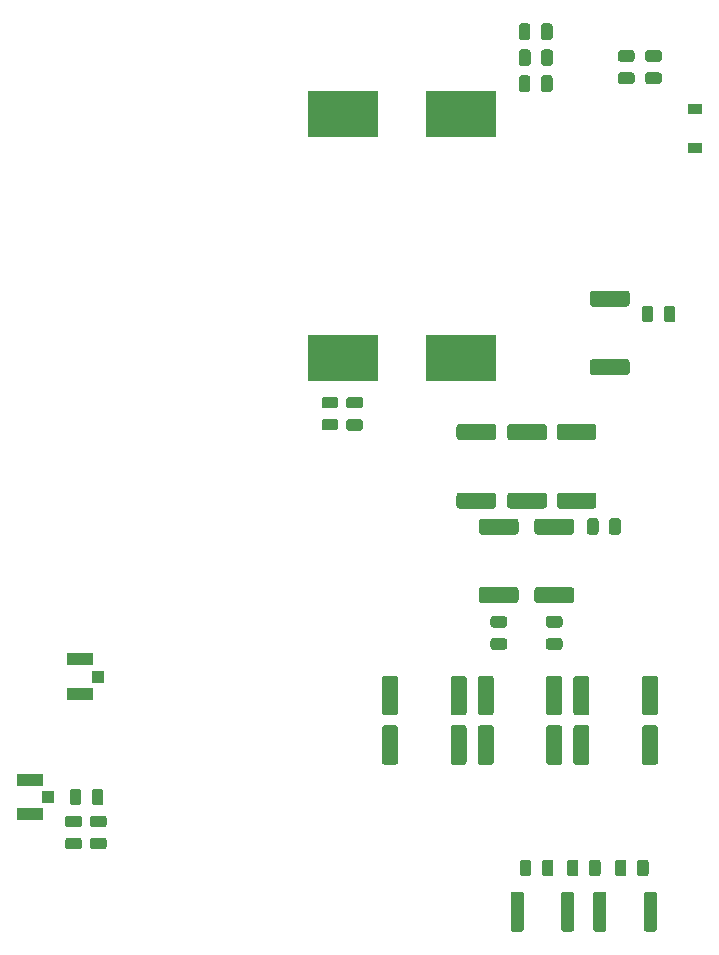
<source format=gtp>
G04 #@! TF.GenerationSoftware,KiCad,Pcbnew,(5.1.5)-3*
G04 #@! TF.CreationDate,2020-02-20T16:57:50+01:00*
G04 #@! TF.ProjectId,HL2_MRF101,484c325f-4d52-4463-9130-312e6b696361,2.0-build8*
G04 #@! TF.SameCoordinates,PX42c1d80PY2625a00*
G04 #@! TF.FileFunction,Paste,Top*
G04 #@! TF.FilePolarity,Positive*
%FSLAX46Y46*%
G04 Gerber Fmt 4.6, Leading zero omitted, Abs format (unit mm)*
G04 Created by KiCad (PCBNEW (5.1.5)-3) date 2020-02-20 16:57:50*
%MOMM*%
%LPD*%
G04 APERTURE LIST*
%ADD10R,2.200000X1.050000*%
%ADD11R,1.050000X1.000000*%
%ADD12C,0.100000*%
%ADD13R,5.999480X3.997960*%
%ADD14R,1.200000X0.900000*%
G04 APERTURE END LIST*
D10*
X89725000Y-79575000D03*
D11*
X91250000Y-78100000D03*
D10*
X89725000Y-76625000D03*
X93925000Y-69375000D03*
D11*
X95450000Y-67900000D03*
D10*
X93925000Y-66425000D03*
D12*
G36*
X140680142Y-16751174D02*
G01*
X140703803Y-16754684D01*
X140727007Y-16760496D01*
X140749529Y-16768554D01*
X140771153Y-16778782D01*
X140791670Y-16791079D01*
X140810883Y-16805329D01*
X140828607Y-16821393D01*
X140844671Y-16839117D01*
X140858921Y-16858330D01*
X140871218Y-16878847D01*
X140881446Y-16900471D01*
X140889504Y-16922993D01*
X140895316Y-16946197D01*
X140898826Y-16969858D01*
X140900000Y-16993750D01*
X140900000Y-17481250D01*
X140898826Y-17505142D01*
X140895316Y-17528803D01*
X140889504Y-17552007D01*
X140881446Y-17574529D01*
X140871218Y-17596153D01*
X140858921Y-17616670D01*
X140844671Y-17635883D01*
X140828607Y-17653607D01*
X140810883Y-17669671D01*
X140791670Y-17683921D01*
X140771153Y-17696218D01*
X140749529Y-17706446D01*
X140727007Y-17714504D01*
X140703803Y-17720316D01*
X140680142Y-17723826D01*
X140656250Y-17725000D01*
X139743750Y-17725000D01*
X139719858Y-17723826D01*
X139696197Y-17720316D01*
X139672993Y-17714504D01*
X139650471Y-17706446D01*
X139628847Y-17696218D01*
X139608330Y-17683921D01*
X139589117Y-17669671D01*
X139571393Y-17653607D01*
X139555329Y-17635883D01*
X139541079Y-17616670D01*
X139528782Y-17596153D01*
X139518554Y-17574529D01*
X139510496Y-17552007D01*
X139504684Y-17528803D01*
X139501174Y-17505142D01*
X139500000Y-17481250D01*
X139500000Y-16993750D01*
X139501174Y-16969858D01*
X139504684Y-16946197D01*
X139510496Y-16922993D01*
X139518554Y-16900471D01*
X139528782Y-16878847D01*
X139541079Y-16858330D01*
X139555329Y-16839117D01*
X139571393Y-16821393D01*
X139589117Y-16805329D01*
X139608330Y-16791079D01*
X139628847Y-16778782D01*
X139650471Y-16768554D01*
X139672993Y-16760496D01*
X139696197Y-16754684D01*
X139719858Y-16751174D01*
X139743750Y-16750000D01*
X140656250Y-16750000D01*
X140680142Y-16751174D01*
G37*
G36*
X140680142Y-14876174D02*
G01*
X140703803Y-14879684D01*
X140727007Y-14885496D01*
X140749529Y-14893554D01*
X140771153Y-14903782D01*
X140791670Y-14916079D01*
X140810883Y-14930329D01*
X140828607Y-14946393D01*
X140844671Y-14964117D01*
X140858921Y-14983330D01*
X140871218Y-15003847D01*
X140881446Y-15025471D01*
X140889504Y-15047993D01*
X140895316Y-15071197D01*
X140898826Y-15094858D01*
X140900000Y-15118750D01*
X140900000Y-15606250D01*
X140898826Y-15630142D01*
X140895316Y-15653803D01*
X140889504Y-15677007D01*
X140881446Y-15699529D01*
X140871218Y-15721153D01*
X140858921Y-15741670D01*
X140844671Y-15760883D01*
X140828607Y-15778607D01*
X140810883Y-15794671D01*
X140791670Y-15808921D01*
X140771153Y-15821218D01*
X140749529Y-15831446D01*
X140727007Y-15839504D01*
X140703803Y-15845316D01*
X140680142Y-15848826D01*
X140656250Y-15850000D01*
X139743750Y-15850000D01*
X139719858Y-15848826D01*
X139696197Y-15845316D01*
X139672993Y-15839504D01*
X139650471Y-15831446D01*
X139628847Y-15821218D01*
X139608330Y-15808921D01*
X139589117Y-15794671D01*
X139571393Y-15778607D01*
X139555329Y-15760883D01*
X139541079Y-15741670D01*
X139528782Y-15721153D01*
X139518554Y-15699529D01*
X139510496Y-15677007D01*
X139504684Y-15653803D01*
X139501174Y-15630142D01*
X139500000Y-15606250D01*
X139500000Y-15118750D01*
X139501174Y-15094858D01*
X139504684Y-15071197D01*
X139510496Y-15047993D01*
X139518554Y-15025471D01*
X139528782Y-15003847D01*
X139541079Y-14983330D01*
X139555329Y-14964117D01*
X139571393Y-14946393D01*
X139589117Y-14930329D01*
X139608330Y-14916079D01*
X139628847Y-14903782D01*
X139650471Y-14893554D01*
X139672993Y-14885496D01*
X139696197Y-14879684D01*
X139719858Y-14876174D01*
X139743750Y-14875000D01*
X140656250Y-14875000D01*
X140680142Y-14876174D01*
G37*
D13*
X126198720Y-40899700D03*
X116201280Y-40899700D03*
X116201280Y-20300300D03*
X126198720Y-20300300D03*
D12*
G36*
X134580142Y-64651174D02*
G01*
X134603803Y-64654684D01*
X134627007Y-64660496D01*
X134649529Y-64668554D01*
X134671153Y-64678782D01*
X134691670Y-64691079D01*
X134710883Y-64705329D01*
X134728607Y-64721393D01*
X134744671Y-64739117D01*
X134758921Y-64758330D01*
X134771218Y-64778847D01*
X134781446Y-64800471D01*
X134789504Y-64822993D01*
X134795316Y-64846197D01*
X134798826Y-64869858D01*
X134800000Y-64893750D01*
X134800000Y-65381250D01*
X134798826Y-65405142D01*
X134795316Y-65428803D01*
X134789504Y-65452007D01*
X134781446Y-65474529D01*
X134771218Y-65496153D01*
X134758921Y-65516670D01*
X134744671Y-65535883D01*
X134728607Y-65553607D01*
X134710883Y-65569671D01*
X134691670Y-65583921D01*
X134671153Y-65596218D01*
X134649529Y-65606446D01*
X134627007Y-65614504D01*
X134603803Y-65620316D01*
X134580142Y-65623826D01*
X134556250Y-65625000D01*
X133643750Y-65625000D01*
X133619858Y-65623826D01*
X133596197Y-65620316D01*
X133572993Y-65614504D01*
X133550471Y-65606446D01*
X133528847Y-65596218D01*
X133508330Y-65583921D01*
X133489117Y-65569671D01*
X133471393Y-65553607D01*
X133455329Y-65535883D01*
X133441079Y-65516670D01*
X133428782Y-65496153D01*
X133418554Y-65474529D01*
X133410496Y-65452007D01*
X133404684Y-65428803D01*
X133401174Y-65405142D01*
X133400000Y-65381250D01*
X133400000Y-64893750D01*
X133401174Y-64869858D01*
X133404684Y-64846197D01*
X133410496Y-64822993D01*
X133418554Y-64800471D01*
X133428782Y-64778847D01*
X133441079Y-64758330D01*
X133455329Y-64739117D01*
X133471393Y-64721393D01*
X133489117Y-64705329D01*
X133508330Y-64691079D01*
X133528847Y-64678782D01*
X133550471Y-64668554D01*
X133572993Y-64660496D01*
X133596197Y-64654684D01*
X133619858Y-64651174D01*
X133643750Y-64650000D01*
X134556250Y-64650000D01*
X134580142Y-64651174D01*
G37*
G36*
X134580142Y-62776174D02*
G01*
X134603803Y-62779684D01*
X134627007Y-62785496D01*
X134649529Y-62793554D01*
X134671153Y-62803782D01*
X134691670Y-62816079D01*
X134710883Y-62830329D01*
X134728607Y-62846393D01*
X134744671Y-62864117D01*
X134758921Y-62883330D01*
X134771218Y-62903847D01*
X134781446Y-62925471D01*
X134789504Y-62947993D01*
X134795316Y-62971197D01*
X134798826Y-62994858D01*
X134800000Y-63018750D01*
X134800000Y-63506250D01*
X134798826Y-63530142D01*
X134795316Y-63553803D01*
X134789504Y-63577007D01*
X134781446Y-63599529D01*
X134771218Y-63621153D01*
X134758921Y-63641670D01*
X134744671Y-63660883D01*
X134728607Y-63678607D01*
X134710883Y-63694671D01*
X134691670Y-63708921D01*
X134671153Y-63721218D01*
X134649529Y-63731446D01*
X134627007Y-63739504D01*
X134603803Y-63745316D01*
X134580142Y-63748826D01*
X134556250Y-63750000D01*
X133643750Y-63750000D01*
X133619858Y-63748826D01*
X133596197Y-63745316D01*
X133572993Y-63739504D01*
X133550471Y-63731446D01*
X133528847Y-63721218D01*
X133508330Y-63708921D01*
X133489117Y-63694671D01*
X133471393Y-63678607D01*
X133455329Y-63660883D01*
X133441079Y-63641670D01*
X133428782Y-63621153D01*
X133418554Y-63599529D01*
X133410496Y-63577007D01*
X133404684Y-63553803D01*
X133401174Y-63530142D01*
X133400000Y-63506250D01*
X133400000Y-63018750D01*
X133401174Y-62994858D01*
X133404684Y-62971197D01*
X133410496Y-62947993D01*
X133418554Y-62925471D01*
X133428782Y-62903847D01*
X133441079Y-62883330D01*
X133455329Y-62864117D01*
X133471393Y-62846393D01*
X133489117Y-62830329D01*
X133508330Y-62816079D01*
X133528847Y-62803782D01*
X133550471Y-62793554D01*
X133572993Y-62785496D01*
X133596197Y-62779684D01*
X133619858Y-62776174D01*
X133643750Y-62775000D01*
X134556250Y-62775000D01*
X134580142Y-62776174D01*
G37*
G36*
X129880142Y-62776174D02*
G01*
X129903803Y-62779684D01*
X129927007Y-62785496D01*
X129949529Y-62793554D01*
X129971153Y-62803782D01*
X129991670Y-62816079D01*
X130010883Y-62830329D01*
X130028607Y-62846393D01*
X130044671Y-62864117D01*
X130058921Y-62883330D01*
X130071218Y-62903847D01*
X130081446Y-62925471D01*
X130089504Y-62947993D01*
X130095316Y-62971197D01*
X130098826Y-62994858D01*
X130100000Y-63018750D01*
X130100000Y-63506250D01*
X130098826Y-63530142D01*
X130095316Y-63553803D01*
X130089504Y-63577007D01*
X130081446Y-63599529D01*
X130071218Y-63621153D01*
X130058921Y-63641670D01*
X130044671Y-63660883D01*
X130028607Y-63678607D01*
X130010883Y-63694671D01*
X129991670Y-63708921D01*
X129971153Y-63721218D01*
X129949529Y-63731446D01*
X129927007Y-63739504D01*
X129903803Y-63745316D01*
X129880142Y-63748826D01*
X129856250Y-63750000D01*
X128943750Y-63750000D01*
X128919858Y-63748826D01*
X128896197Y-63745316D01*
X128872993Y-63739504D01*
X128850471Y-63731446D01*
X128828847Y-63721218D01*
X128808330Y-63708921D01*
X128789117Y-63694671D01*
X128771393Y-63678607D01*
X128755329Y-63660883D01*
X128741079Y-63641670D01*
X128728782Y-63621153D01*
X128718554Y-63599529D01*
X128710496Y-63577007D01*
X128704684Y-63553803D01*
X128701174Y-63530142D01*
X128700000Y-63506250D01*
X128700000Y-63018750D01*
X128701174Y-62994858D01*
X128704684Y-62971197D01*
X128710496Y-62947993D01*
X128718554Y-62925471D01*
X128728782Y-62903847D01*
X128741079Y-62883330D01*
X128755329Y-62864117D01*
X128771393Y-62846393D01*
X128789117Y-62830329D01*
X128808330Y-62816079D01*
X128828847Y-62803782D01*
X128850471Y-62793554D01*
X128872993Y-62785496D01*
X128896197Y-62779684D01*
X128919858Y-62776174D01*
X128943750Y-62775000D01*
X129856250Y-62775000D01*
X129880142Y-62776174D01*
G37*
G36*
X129880142Y-64651174D02*
G01*
X129903803Y-64654684D01*
X129927007Y-64660496D01*
X129949529Y-64668554D01*
X129971153Y-64678782D01*
X129991670Y-64691079D01*
X130010883Y-64705329D01*
X130028607Y-64721393D01*
X130044671Y-64739117D01*
X130058921Y-64758330D01*
X130071218Y-64778847D01*
X130081446Y-64800471D01*
X130089504Y-64822993D01*
X130095316Y-64846197D01*
X130098826Y-64869858D01*
X130100000Y-64893750D01*
X130100000Y-65381250D01*
X130098826Y-65405142D01*
X130095316Y-65428803D01*
X130089504Y-65452007D01*
X130081446Y-65474529D01*
X130071218Y-65496153D01*
X130058921Y-65516670D01*
X130044671Y-65535883D01*
X130028607Y-65553607D01*
X130010883Y-65569671D01*
X129991670Y-65583921D01*
X129971153Y-65596218D01*
X129949529Y-65606446D01*
X129927007Y-65614504D01*
X129903803Y-65620316D01*
X129880142Y-65623826D01*
X129856250Y-65625000D01*
X128943750Y-65625000D01*
X128919858Y-65623826D01*
X128896197Y-65620316D01*
X128872993Y-65614504D01*
X128850471Y-65606446D01*
X128828847Y-65596218D01*
X128808330Y-65583921D01*
X128789117Y-65569671D01*
X128771393Y-65553607D01*
X128755329Y-65535883D01*
X128741079Y-65516670D01*
X128728782Y-65496153D01*
X128718554Y-65474529D01*
X128710496Y-65452007D01*
X128704684Y-65428803D01*
X128701174Y-65405142D01*
X128700000Y-65381250D01*
X128700000Y-64893750D01*
X128701174Y-64869858D01*
X128704684Y-64846197D01*
X128710496Y-64822993D01*
X128718554Y-64800471D01*
X128728782Y-64778847D01*
X128741079Y-64758330D01*
X128755329Y-64739117D01*
X128771393Y-64721393D01*
X128789117Y-64705329D01*
X128808330Y-64691079D01*
X128828847Y-64678782D01*
X128850471Y-64668554D01*
X128872993Y-64660496D01*
X128896197Y-64654684D01*
X128919858Y-64651174D01*
X128943750Y-64650000D01*
X129856250Y-64650000D01*
X129880142Y-64651174D01*
G37*
G36*
X144142642Y-36501174D02*
G01*
X144166303Y-36504684D01*
X144189507Y-36510496D01*
X144212029Y-36518554D01*
X144233653Y-36528782D01*
X144254170Y-36541079D01*
X144273383Y-36555329D01*
X144291107Y-36571393D01*
X144307171Y-36589117D01*
X144321421Y-36608330D01*
X144333718Y-36628847D01*
X144343946Y-36650471D01*
X144352004Y-36672993D01*
X144357816Y-36696197D01*
X144361326Y-36719858D01*
X144362500Y-36743750D01*
X144362500Y-37656250D01*
X144361326Y-37680142D01*
X144357816Y-37703803D01*
X144352004Y-37727007D01*
X144343946Y-37749529D01*
X144333718Y-37771153D01*
X144321421Y-37791670D01*
X144307171Y-37810883D01*
X144291107Y-37828607D01*
X144273383Y-37844671D01*
X144254170Y-37858921D01*
X144233653Y-37871218D01*
X144212029Y-37881446D01*
X144189507Y-37889504D01*
X144166303Y-37895316D01*
X144142642Y-37898826D01*
X144118750Y-37900000D01*
X143631250Y-37900000D01*
X143607358Y-37898826D01*
X143583697Y-37895316D01*
X143560493Y-37889504D01*
X143537971Y-37881446D01*
X143516347Y-37871218D01*
X143495830Y-37858921D01*
X143476617Y-37844671D01*
X143458893Y-37828607D01*
X143442829Y-37810883D01*
X143428579Y-37791670D01*
X143416282Y-37771153D01*
X143406054Y-37749529D01*
X143397996Y-37727007D01*
X143392184Y-37703803D01*
X143388674Y-37680142D01*
X143387500Y-37656250D01*
X143387500Y-36743750D01*
X143388674Y-36719858D01*
X143392184Y-36696197D01*
X143397996Y-36672993D01*
X143406054Y-36650471D01*
X143416282Y-36628847D01*
X143428579Y-36608330D01*
X143442829Y-36589117D01*
X143458893Y-36571393D01*
X143476617Y-36555329D01*
X143495830Y-36541079D01*
X143516347Y-36528782D01*
X143537971Y-36518554D01*
X143560493Y-36510496D01*
X143583697Y-36504684D01*
X143607358Y-36501174D01*
X143631250Y-36500000D01*
X144118750Y-36500000D01*
X144142642Y-36501174D01*
G37*
G36*
X142267642Y-36501174D02*
G01*
X142291303Y-36504684D01*
X142314507Y-36510496D01*
X142337029Y-36518554D01*
X142358653Y-36528782D01*
X142379170Y-36541079D01*
X142398383Y-36555329D01*
X142416107Y-36571393D01*
X142432171Y-36589117D01*
X142446421Y-36608330D01*
X142458718Y-36628847D01*
X142468946Y-36650471D01*
X142477004Y-36672993D01*
X142482816Y-36696197D01*
X142486326Y-36719858D01*
X142487500Y-36743750D01*
X142487500Y-37656250D01*
X142486326Y-37680142D01*
X142482816Y-37703803D01*
X142477004Y-37727007D01*
X142468946Y-37749529D01*
X142458718Y-37771153D01*
X142446421Y-37791670D01*
X142432171Y-37810883D01*
X142416107Y-37828607D01*
X142398383Y-37844671D01*
X142379170Y-37858921D01*
X142358653Y-37871218D01*
X142337029Y-37881446D01*
X142314507Y-37889504D01*
X142291303Y-37895316D01*
X142267642Y-37898826D01*
X142243750Y-37900000D01*
X141756250Y-37900000D01*
X141732358Y-37898826D01*
X141708697Y-37895316D01*
X141685493Y-37889504D01*
X141662971Y-37881446D01*
X141641347Y-37871218D01*
X141620830Y-37858921D01*
X141601617Y-37844671D01*
X141583893Y-37828607D01*
X141567829Y-37810883D01*
X141553579Y-37791670D01*
X141541282Y-37771153D01*
X141531054Y-37749529D01*
X141522996Y-37727007D01*
X141517184Y-37703803D01*
X141513674Y-37680142D01*
X141512500Y-37656250D01*
X141512500Y-36743750D01*
X141513674Y-36719858D01*
X141517184Y-36696197D01*
X141522996Y-36672993D01*
X141531054Y-36650471D01*
X141541282Y-36628847D01*
X141553579Y-36608330D01*
X141567829Y-36589117D01*
X141583893Y-36571393D01*
X141601617Y-36555329D01*
X141620830Y-36541079D01*
X141641347Y-36528782D01*
X141662971Y-36518554D01*
X141685493Y-36510496D01*
X141708697Y-36504684D01*
X141732358Y-36501174D01*
X141756250Y-36500000D01*
X142243750Y-36500000D01*
X142267642Y-36501174D01*
G37*
G36*
X142980142Y-16751174D02*
G01*
X143003803Y-16754684D01*
X143027007Y-16760496D01*
X143049529Y-16768554D01*
X143071153Y-16778782D01*
X143091670Y-16791079D01*
X143110883Y-16805329D01*
X143128607Y-16821393D01*
X143144671Y-16839117D01*
X143158921Y-16858330D01*
X143171218Y-16878847D01*
X143181446Y-16900471D01*
X143189504Y-16922993D01*
X143195316Y-16946197D01*
X143198826Y-16969858D01*
X143200000Y-16993750D01*
X143200000Y-17481250D01*
X143198826Y-17505142D01*
X143195316Y-17528803D01*
X143189504Y-17552007D01*
X143181446Y-17574529D01*
X143171218Y-17596153D01*
X143158921Y-17616670D01*
X143144671Y-17635883D01*
X143128607Y-17653607D01*
X143110883Y-17669671D01*
X143091670Y-17683921D01*
X143071153Y-17696218D01*
X143049529Y-17706446D01*
X143027007Y-17714504D01*
X143003803Y-17720316D01*
X142980142Y-17723826D01*
X142956250Y-17725000D01*
X142043750Y-17725000D01*
X142019858Y-17723826D01*
X141996197Y-17720316D01*
X141972993Y-17714504D01*
X141950471Y-17706446D01*
X141928847Y-17696218D01*
X141908330Y-17683921D01*
X141889117Y-17669671D01*
X141871393Y-17653607D01*
X141855329Y-17635883D01*
X141841079Y-17616670D01*
X141828782Y-17596153D01*
X141818554Y-17574529D01*
X141810496Y-17552007D01*
X141804684Y-17528803D01*
X141801174Y-17505142D01*
X141800000Y-17481250D01*
X141800000Y-16993750D01*
X141801174Y-16969858D01*
X141804684Y-16946197D01*
X141810496Y-16922993D01*
X141818554Y-16900471D01*
X141828782Y-16878847D01*
X141841079Y-16858330D01*
X141855329Y-16839117D01*
X141871393Y-16821393D01*
X141889117Y-16805329D01*
X141908330Y-16791079D01*
X141928847Y-16778782D01*
X141950471Y-16768554D01*
X141972993Y-16760496D01*
X141996197Y-16754684D01*
X142019858Y-16751174D01*
X142043750Y-16750000D01*
X142956250Y-16750000D01*
X142980142Y-16751174D01*
G37*
G36*
X142980142Y-14876174D02*
G01*
X143003803Y-14879684D01*
X143027007Y-14885496D01*
X143049529Y-14893554D01*
X143071153Y-14903782D01*
X143091670Y-14916079D01*
X143110883Y-14930329D01*
X143128607Y-14946393D01*
X143144671Y-14964117D01*
X143158921Y-14983330D01*
X143171218Y-15003847D01*
X143181446Y-15025471D01*
X143189504Y-15047993D01*
X143195316Y-15071197D01*
X143198826Y-15094858D01*
X143200000Y-15118750D01*
X143200000Y-15606250D01*
X143198826Y-15630142D01*
X143195316Y-15653803D01*
X143189504Y-15677007D01*
X143181446Y-15699529D01*
X143171218Y-15721153D01*
X143158921Y-15741670D01*
X143144671Y-15760883D01*
X143128607Y-15778607D01*
X143110883Y-15794671D01*
X143091670Y-15808921D01*
X143071153Y-15821218D01*
X143049529Y-15831446D01*
X143027007Y-15839504D01*
X143003803Y-15845316D01*
X142980142Y-15848826D01*
X142956250Y-15850000D01*
X142043750Y-15850000D01*
X142019858Y-15848826D01*
X141996197Y-15845316D01*
X141972993Y-15839504D01*
X141950471Y-15831446D01*
X141928847Y-15821218D01*
X141908330Y-15808921D01*
X141889117Y-15794671D01*
X141871393Y-15778607D01*
X141855329Y-15760883D01*
X141841079Y-15741670D01*
X141828782Y-15721153D01*
X141818554Y-15699529D01*
X141810496Y-15677007D01*
X141804684Y-15653803D01*
X141801174Y-15630142D01*
X141800000Y-15606250D01*
X141800000Y-15118750D01*
X141801174Y-15094858D01*
X141804684Y-15071197D01*
X141810496Y-15047993D01*
X141818554Y-15025471D01*
X141828782Y-15003847D01*
X141841079Y-14983330D01*
X141855329Y-14964117D01*
X141871393Y-14946393D01*
X141889117Y-14930329D01*
X141908330Y-14916079D01*
X141928847Y-14903782D01*
X141950471Y-14893554D01*
X141972993Y-14885496D01*
X141996197Y-14879684D01*
X142019858Y-14876174D01*
X142043750Y-14875000D01*
X142956250Y-14875000D01*
X142980142Y-14876174D01*
G37*
G36*
X141867642Y-83401174D02*
G01*
X141891303Y-83404684D01*
X141914507Y-83410496D01*
X141937029Y-83418554D01*
X141958653Y-83428782D01*
X141979170Y-83441079D01*
X141998383Y-83455329D01*
X142016107Y-83471393D01*
X142032171Y-83489117D01*
X142046421Y-83508330D01*
X142058718Y-83528847D01*
X142068946Y-83550471D01*
X142077004Y-83572993D01*
X142082816Y-83596197D01*
X142086326Y-83619858D01*
X142087500Y-83643750D01*
X142087500Y-84556250D01*
X142086326Y-84580142D01*
X142082816Y-84603803D01*
X142077004Y-84627007D01*
X142068946Y-84649529D01*
X142058718Y-84671153D01*
X142046421Y-84691670D01*
X142032171Y-84710883D01*
X142016107Y-84728607D01*
X141998383Y-84744671D01*
X141979170Y-84758921D01*
X141958653Y-84771218D01*
X141937029Y-84781446D01*
X141914507Y-84789504D01*
X141891303Y-84795316D01*
X141867642Y-84798826D01*
X141843750Y-84800000D01*
X141356250Y-84800000D01*
X141332358Y-84798826D01*
X141308697Y-84795316D01*
X141285493Y-84789504D01*
X141262971Y-84781446D01*
X141241347Y-84771218D01*
X141220830Y-84758921D01*
X141201617Y-84744671D01*
X141183893Y-84728607D01*
X141167829Y-84710883D01*
X141153579Y-84691670D01*
X141141282Y-84671153D01*
X141131054Y-84649529D01*
X141122996Y-84627007D01*
X141117184Y-84603803D01*
X141113674Y-84580142D01*
X141112500Y-84556250D01*
X141112500Y-83643750D01*
X141113674Y-83619858D01*
X141117184Y-83596197D01*
X141122996Y-83572993D01*
X141131054Y-83550471D01*
X141141282Y-83528847D01*
X141153579Y-83508330D01*
X141167829Y-83489117D01*
X141183893Y-83471393D01*
X141201617Y-83455329D01*
X141220830Y-83441079D01*
X141241347Y-83428782D01*
X141262971Y-83418554D01*
X141285493Y-83410496D01*
X141308697Y-83404684D01*
X141332358Y-83401174D01*
X141356250Y-83400000D01*
X141843750Y-83400000D01*
X141867642Y-83401174D01*
G37*
G36*
X139992642Y-83401174D02*
G01*
X140016303Y-83404684D01*
X140039507Y-83410496D01*
X140062029Y-83418554D01*
X140083653Y-83428782D01*
X140104170Y-83441079D01*
X140123383Y-83455329D01*
X140141107Y-83471393D01*
X140157171Y-83489117D01*
X140171421Y-83508330D01*
X140183718Y-83528847D01*
X140193946Y-83550471D01*
X140202004Y-83572993D01*
X140207816Y-83596197D01*
X140211326Y-83619858D01*
X140212500Y-83643750D01*
X140212500Y-84556250D01*
X140211326Y-84580142D01*
X140207816Y-84603803D01*
X140202004Y-84627007D01*
X140193946Y-84649529D01*
X140183718Y-84671153D01*
X140171421Y-84691670D01*
X140157171Y-84710883D01*
X140141107Y-84728607D01*
X140123383Y-84744671D01*
X140104170Y-84758921D01*
X140083653Y-84771218D01*
X140062029Y-84781446D01*
X140039507Y-84789504D01*
X140016303Y-84795316D01*
X139992642Y-84798826D01*
X139968750Y-84800000D01*
X139481250Y-84800000D01*
X139457358Y-84798826D01*
X139433697Y-84795316D01*
X139410493Y-84789504D01*
X139387971Y-84781446D01*
X139366347Y-84771218D01*
X139345830Y-84758921D01*
X139326617Y-84744671D01*
X139308893Y-84728607D01*
X139292829Y-84710883D01*
X139278579Y-84691670D01*
X139266282Y-84671153D01*
X139256054Y-84649529D01*
X139247996Y-84627007D01*
X139242184Y-84603803D01*
X139238674Y-84580142D01*
X139237500Y-84556250D01*
X139237500Y-83643750D01*
X139238674Y-83619858D01*
X139242184Y-83596197D01*
X139247996Y-83572993D01*
X139256054Y-83550471D01*
X139266282Y-83528847D01*
X139278579Y-83508330D01*
X139292829Y-83489117D01*
X139308893Y-83471393D01*
X139326617Y-83455329D01*
X139345830Y-83441079D01*
X139366347Y-83428782D01*
X139387971Y-83418554D01*
X139410493Y-83410496D01*
X139433697Y-83404684D01*
X139457358Y-83401174D01*
X139481250Y-83400000D01*
X139968750Y-83400000D01*
X139992642Y-83401174D01*
G37*
G36*
X131867642Y-12601174D02*
G01*
X131891303Y-12604684D01*
X131914507Y-12610496D01*
X131937029Y-12618554D01*
X131958653Y-12628782D01*
X131979170Y-12641079D01*
X131998383Y-12655329D01*
X132016107Y-12671393D01*
X132032171Y-12689117D01*
X132046421Y-12708330D01*
X132058718Y-12728847D01*
X132068946Y-12750471D01*
X132077004Y-12772993D01*
X132082816Y-12796197D01*
X132086326Y-12819858D01*
X132087500Y-12843750D01*
X132087500Y-13756250D01*
X132086326Y-13780142D01*
X132082816Y-13803803D01*
X132077004Y-13827007D01*
X132068946Y-13849529D01*
X132058718Y-13871153D01*
X132046421Y-13891670D01*
X132032171Y-13910883D01*
X132016107Y-13928607D01*
X131998383Y-13944671D01*
X131979170Y-13958921D01*
X131958653Y-13971218D01*
X131937029Y-13981446D01*
X131914507Y-13989504D01*
X131891303Y-13995316D01*
X131867642Y-13998826D01*
X131843750Y-14000000D01*
X131356250Y-14000000D01*
X131332358Y-13998826D01*
X131308697Y-13995316D01*
X131285493Y-13989504D01*
X131262971Y-13981446D01*
X131241347Y-13971218D01*
X131220830Y-13958921D01*
X131201617Y-13944671D01*
X131183893Y-13928607D01*
X131167829Y-13910883D01*
X131153579Y-13891670D01*
X131141282Y-13871153D01*
X131131054Y-13849529D01*
X131122996Y-13827007D01*
X131117184Y-13803803D01*
X131113674Y-13780142D01*
X131112500Y-13756250D01*
X131112500Y-12843750D01*
X131113674Y-12819858D01*
X131117184Y-12796197D01*
X131122996Y-12772993D01*
X131131054Y-12750471D01*
X131141282Y-12728847D01*
X131153579Y-12708330D01*
X131167829Y-12689117D01*
X131183893Y-12671393D01*
X131201617Y-12655329D01*
X131220830Y-12641079D01*
X131241347Y-12628782D01*
X131262971Y-12618554D01*
X131285493Y-12610496D01*
X131308697Y-12604684D01*
X131332358Y-12601174D01*
X131356250Y-12600000D01*
X131843750Y-12600000D01*
X131867642Y-12601174D01*
G37*
G36*
X133742642Y-12601174D02*
G01*
X133766303Y-12604684D01*
X133789507Y-12610496D01*
X133812029Y-12618554D01*
X133833653Y-12628782D01*
X133854170Y-12641079D01*
X133873383Y-12655329D01*
X133891107Y-12671393D01*
X133907171Y-12689117D01*
X133921421Y-12708330D01*
X133933718Y-12728847D01*
X133943946Y-12750471D01*
X133952004Y-12772993D01*
X133957816Y-12796197D01*
X133961326Y-12819858D01*
X133962500Y-12843750D01*
X133962500Y-13756250D01*
X133961326Y-13780142D01*
X133957816Y-13803803D01*
X133952004Y-13827007D01*
X133943946Y-13849529D01*
X133933718Y-13871153D01*
X133921421Y-13891670D01*
X133907171Y-13910883D01*
X133891107Y-13928607D01*
X133873383Y-13944671D01*
X133854170Y-13958921D01*
X133833653Y-13971218D01*
X133812029Y-13981446D01*
X133789507Y-13989504D01*
X133766303Y-13995316D01*
X133742642Y-13998826D01*
X133718750Y-14000000D01*
X133231250Y-14000000D01*
X133207358Y-13998826D01*
X133183697Y-13995316D01*
X133160493Y-13989504D01*
X133137971Y-13981446D01*
X133116347Y-13971218D01*
X133095830Y-13958921D01*
X133076617Y-13944671D01*
X133058893Y-13928607D01*
X133042829Y-13910883D01*
X133028579Y-13891670D01*
X133016282Y-13871153D01*
X133006054Y-13849529D01*
X132997996Y-13827007D01*
X132992184Y-13803803D01*
X132988674Y-13780142D01*
X132987500Y-13756250D01*
X132987500Y-12843750D01*
X132988674Y-12819858D01*
X132992184Y-12796197D01*
X132997996Y-12772993D01*
X133006054Y-12750471D01*
X133016282Y-12728847D01*
X133028579Y-12708330D01*
X133042829Y-12689117D01*
X133058893Y-12671393D01*
X133076617Y-12655329D01*
X133095830Y-12641079D01*
X133116347Y-12628782D01*
X133137971Y-12618554D01*
X133160493Y-12610496D01*
X133183697Y-12604684D01*
X133207358Y-12601174D01*
X133231250Y-12600000D01*
X133718750Y-12600000D01*
X133742642Y-12601174D01*
G37*
G36*
X133755142Y-14801174D02*
G01*
X133778803Y-14804684D01*
X133802007Y-14810496D01*
X133824529Y-14818554D01*
X133846153Y-14828782D01*
X133866670Y-14841079D01*
X133885883Y-14855329D01*
X133903607Y-14871393D01*
X133919671Y-14889117D01*
X133933921Y-14908330D01*
X133946218Y-14928847D01*
X133956446Y-14950471D01*
X133964504Y-14972993D01*
X133970316Y-14996197D01*
X133973826Y-15019858D01*
X133975000Y-15043750D01*
X133975000Y-15956250D01*
X133973826Y-15980142D01*
X133970316Y-16003803D01*
X133964504Y-16027007D01*
X133956446Y-16049529D01*
X133946218Y-16071153D01*
X133933921Y-16091670D01*
X133919671Y-16110883D01*
X133903607Y-16128607D01*
X133885883Y-16144671D01*
X133866670Y-16158921D01*
X133846153Y-16171218D01*
X133824529Y-16181446D01*
X133802007Y-16189504D01*
X133778803Y-16195316D01*
X133755142Y-16198826D01*
X133731250Y-16200000D01*
X133243750Y-16200000D01*
X133219858Y-16198826D01*
X133196197Y-16195316D01*
X133172993Y-16189504D01*
X133150471Y-16181446D01*
X133128847Y-16171218D01*
X133108330Y-16158921D01*
X133089117Y-16144671D01*
X133071393Y-16128607D01*
X133055329Y-16110883D01*
X133041079Y-16091670D01*
X133028782Y-16071153D01*
X133018554Y-16049529D01*
X133010496Y-16027007D01*
X133004684Y-16003803D01*
X133001174Y-15980142D01*
X133000000Y-15956250D01*
X133000000Y-15043750D01*
X133001174Y-15019858D01*
X133004684Y-14996197D01*
X133010496Y-14972993D01*
X133018554Y-14950471D01*
X133028782Y-14928847D01*
X133041079Y-14908330D01*
X133055329Y-14889117D01*
X133071393Y-14871393D01*
X133089117Y-14855329D01*
X133108330Y-14841079D01*
X133128847Y-14828782D01*
X133150471Y-14818554D01*
X133172993Y-14810496D01*
X133196197Y-14804684D01*
X133219858Y-14801174D01*
X133243750Y-14800000D01*
X133731250Y-14800000D01*
X133755142Y-14801174D01*
G37*
G36*
X131880142Y-14801174D02*
G01*
X131903803Y-14804684D01*
X131927007Y-14810496D01*
X131949529Y-14818554D01*
X131971153Y-14828782D01*
X131991670Y-14841079D01*
X132010883Y-14855329D01*
X132028607Y-14871393D01*
X132044671Y-14889117D01*
X132058921Y-14908330D01*
X132071218Y-14928847D01*
X132081446Y-14950471D01*
X132089504Y-14972993D01*
X132095316Y-14996197D01*
X132098826Y-15019858D01*
X132100000Y-15043750D01*
X132100000Y-15956250D01*
X132098826Y-15980142D01*
X132095316Y-16003803D01*
X132089504Y-16027007D01*
X132081446Y-16049529D01*
X132071218Y-16071153D01*
X132058921Y-16091670D01*
X132044671Y-16110883D01*
X132028607Y-16128607D01*
X132010883Y-16144671D01*
X131991670Y-16158921D01*
X131971153Y-16171218D01*
X131949529Y-16181446D01*
X131927007Y-16189504D01*
X131903803Y-16195316D01*
X131880142Y-16198826D01*
X131856250Y-16200000D01*
X131368750Y-16200000D01*
X131344858Y-16198826D01*
X131321197Y-16195316D01*
X131297993Y-16189504D01*
X131275471Y-16181446D01*
X131253847Y-16171218D01*
X131233330Y-16158921D01*
X131214117Y-16144671D01*
X131196393Y-16128607D01*
X131180329Y-16110883D01*
X131166079Y-16091670D01*
X131153782Y-16071153D01*
X131143554Y-16049529D01*
X131135496Y-16027007D01*
X131129684Y-16003803D01*
X131126174Y-15980142D01*
X131125000Y-15956250D01*
X131125000Y-15043750D01*
X131126174Y-15019858D01*
X131129684Y-14996197D01*
X131135496Y-14972993D01*
X131143554Y-14950471D01*
X131153782Y-14928847D01*
X131166079Y-14908330D01*
X131180329Y-14889117D01*
X131196393Y-14871393D01*
X131214117Y-14855329D01*
X131233330Y-14841079D01*
X131253847Y-14828782D01*
X131275471Y-14818554D01*
X131297993Y-14810496D01*
X131321197Y-14804684D01*
X131344858Y-14801174D01*
X131368750Y-14800000D01*
X131856250Y-14800000D01*
X131880142Y-14801174D01*
G37*
G36*
X131867642Y-17001174D02*
G01*
X131891303Y-17004684D01*
X131914507Y-17010496D01*
X131937029Y-17018554D01*
X131958653Y-17028782D01*
X131979170Y-17041079D01*
X131998383Y-17055329D01*
X132016107Y-17071393D01*
X132032171Y-17089117D01*
X132046421Y-17108330D01*
X132058718Y-17128847D01*
X132068946Y-17150471D01*
X132077004Y-17172993D01*
X132082816Y-17196197D01*
X132086326Y-17219858D01*
X132087500Y-17243750D01*
X132087500Y-18156250D01*
X132086326Y-18180142D01*
X132082816Y-18203803D01*
X132077004Y-18227007D01*
X132068946Y-18249529D01*
X132058718Y-18271153D01*
X132046421Y-18291670D01*
X132032171Y-18310883D01*
X132016107Y-18328607D01*
X131998383Y-18344671D01*
X131979170Y-18358921D01*
X131958653Y-18371218D01*
X131937029Y-18381446D01*
X131914507Y-18389504D01*
X131891303Y-18395316D01*
X131867642Y-18398826D01*
X131843750Y-18400000D01*
X131356250Y-18400000D01*
X131332358Y-18398826D01*
X131308697Y-18395316D01*
X131285493Y-18389504D01*
X131262971Y-18381446D01*
X131241347Y-18371218D01*
X131220830Y-18358921D01*
X131201617Y-18344671D01*
X131183893Y-18328607D01*
X131167829Y-18310883D01*
X131153579Y-18291670D01*
X131141282Y-18271153D01*
X131131054Y-18249529D01*
X131122996Y-18227007D01*
X131117184Y-18203803D01*
X131113674Y-18180142D01*
X131112500Y-18156250D01*
X131112500Y-17243750D01*
X131113674Y-17219858D01*
X131117184Y-17196197D01*
X131122996Y-17172993D01*
X131131054Y-17150471D01*
X131141282Y-17128847D01*
X131153579Y-17108330D01*
X131167829Y-17089117D01*
X131183893Y-17071393D01*
X131201617Y-17055329D01*
X131220830Y-17041079D01*
X131241347Y-17028782D01*
X131262971Y-17018554D01*
X131285493Y-17010496D01*
X131308697Y-17004684D01*
X131332358Y-17001174D01*
X131356250Y-17000000D01*
X131843750Y-17000000D01*
X131867642Y-17001174D01*
G37*
G36*
X133742642Y-17001174D02*
G01*
X133766303Y-17004684D01*
X133789507Y-17010496D01*
X133812029Y-17018554D01*
X133833653Y-17028782D01*
X133854170Y-17041079D01*
X133873383Y-17055329D01*
X133891107Y-17071393D01*
X133907171Y-17089117D01*
X133921421Y-17108330D01*
X133933718Y-17128847D01*
X133943946Y-17150471D01*
X133952004Y-17172993D01*
X133957816Y-17196197D01*
X133961326Y-17219858D01*
X133962500Y-17243750D01*
X133962500Y-18156250D01*
X133961326Y-18180142D01*
X133957816Y-18203803D01*
X133952004Y-18227007D01*
X133943946Y-18249529D01*
X133933718Y-18271153D01*
X133921421Y-18291670D01*
X133907171Y-18310883D01*
X133891107Y-18328607D01*
X133873383Y-18344671D01*
X133854170Y-18358921D01*
X133833653Y-18371218D01*
X133812029Y-18381446D01*
X133789507Y-18389504D01*
X133766303Y-18395316D01*
X133742642Y-18398826D01*
X133718750Y-18400000D01*
X133231250Y-18400000D01*
X133207358Y-18398826D01*
X133183697Y-18395316D01*
X133160493Y-18389504D01*
X133137971Y-18381446D01*
X133116347Y-18371218D01*
X133095830Y-18358921D01*
X133076617Y-18344671D01*
X133058893Y-18328607D01*
X133042829Y-18310883D01*
X133028579Y-18291670D01*
X133016282Y-18271153D01*
X133006054Y-18249529D01*
X132997996Y-18227007D01*
X132992184Y-18203803D01*
X132988674Y-18180142D01*
X132987500Y-18156250D01*
X132987500Y-17243750D01*
X132988674Y-17219858D01*
X132992184Y-17196197D01*
X132997996Y-17172993D01*
X133006054Y-17150471D01*
X133016282Y-17128847D01*
X133028579Y-17108330D01*
X133042829Y-17089117D01*
X133058893Y-17071393D01*
X133076617Y-17055329D01*
X133095830Y-17041079D01*
X133116347Y-17028782D01*
X133137971Y-17018554D01*
X133160493Y-17010496D01*
X133183697Y-17004684D01*
X133207358Y-17001174D01*
X133231250Y-17000000D01*
X133718750Y-17000000D01*
X133742642Y-17001174D01*
G37*
G36*
X135930142Y-83401174D02*
G01*
X135953803Y-83404684D01*
X135977007Y-83410496D01*
X135999529Y-83418554D01*
X136021153Y-83428782D01*
X136041670Y-83441079D01*
X136060883Y-83455329D01*
X136078607Y-83471393D01*
X136094671Y-83489117D01*
X136108921Y-83508330D01*
X136121218Y-83528847D01*
X136131446Y-83550471D01*
X136139504Y-83572993D01*
X136145316Y-83596197D01*
X136148826Y-83619858D01*
X136150000Y-83643750D01*
X136150000Y-84556250D01*
X136148826Y-84580142D01*
X136145316Y-84603803D01*
X136139504Y-84627007D01*
X136131446Y-84649529D01*
X136121218Y-84671153D01*
X136108921Y-84691670D01*
X136094671Y-84710883D01*
X136078607Y-84728607D01*
X136060883Y-84744671D01*
X136041670Y-84758921D01*
X136021153Y-84771218D01*
X135999529Y-84781446D01*
X135977007Y-84789504D01*
X135953803Y-84795316D01*
X135930142Y-84798826D01*
X135906250Y-84800000D01*
X135418750Y-84800000D01*
X135394858Y-84798826D01*
X135371197Y-84795316D01*
X135347993Y-84789504D01*
X135325471Y-84781446D01*
X135303847Y-84771218D01*
X135283330Y-84758921D01*
X135264117Y-84744671D01*
X135246393Y-84728607D01*
X135230329Y-84710883D01*
X135216079Y-84691670D01*
X135203782Y-84671153D01*
X135193554Y-84649529D01*
X135185496Y-84627007D01*
X135179684Y-84603803D01*
X135176174Y-84580142D01*
X135175000Y-84556250D01*
X135175000Y-83643750D01*
X135176174Y-83619858D01*
X135179684Y-83596197D01*
X135185496Y-83572993D01*
X135193554Y-83550471D01*
X135203782Y-83528847D01*
X135216079Y-83508330D01*
X135230329Y-83489117D01*
X135246393Y-83471393D01*
X135264117Y-83455329D01*
X135283330Y-83441079D01*
X135303847Y-83428782D01*
X135325471Y-83418554D01*
X135347993Y-83410496D01*
X135371197Y-83404684D01*
X135394858Y-83401174D01*
X135418750Y-83400000D01*
X135906250Y-83400000D01*
X135930142Y-83401174D01*
G37*
G36*
X137805142Y-83401174D02*
G01*
X137828803Y-83404684D01*
X137852007Y-83410496D01*
X137874529Y-83418554D01*
X137896153Y-83428782D01*
X137916670Y-83441079D01*
X137935883Y-83455329D01*
X137953607Y-83471393D01*
X137969671Y-83489117D01*
X137983921Y-83508330D01*
X137996218Y-83528847D01*
X138006446Y-83550471D01*
X138014504Y-83572993D01*
X138020316Y-83596197D01*
X138023826Y-83619858D01*
X138025000Y-83643750D01*
X138025000Y-84556250D01*
X138023826Y-84580142D01*
X138020316Y-84603803D01*
X138014504Y-84627007D01*
X138006446Y-84649529D01*
X137996218Y-84671153D01*
X137983921Y-84691670D01*
X137969671Y-84710883D01*
X137953607Y-84728607D01*
X137935883Y-84744671D01*
X137916670Y-84758921D01*
X137896153Y-84771218D01*
X137874529Y-84781446D01*
X137852007Y-84789504D01*
X137828803Y-84795316D01*
X137805142Y-84798826D01*
X137781250Y-84800000D01*
X137293750Y-84800000D01*
X137269858Y-84798826D01*
X137246197Y-84795316D01*
X137222993Y-84789504D01*
X137200471Y-84781446D01*
X137178847Y-84771218D01*
X137158330Y-84758921D01*
X137139117Y-84744671D01*
X137121393Y-84728607D01*
X137105329Y-84710883D01*
X137091079Y-84691670D01*
X137078782Y-84671153D01*
X137068554Y-84649529D01*
X137060496Y-84627007D01*
X137054684Y-84603803D01*
X137051174Y-84580142D01*
X137050000Y-84556250D01*
X137050000Y-83643750D01*
X137051174Y-83619858D01*
X137054684Y-83596197D01*
X137060496Y-83572993D01*
X137068554Y-83550471D01*
X137078782Y-83528847D01*
X137091079Y-83508330D01*
X137105329Y-83489117D01*
X137121393Y-83471393D01*
X137139117Y-83455329D01*
X137158330Y-83441079D01*
X137178847Y-83428782D01*
X137200471Y-83418554D01*
X137222993Y-83410496D01*
X137246197Y-83404684D01*
X137269858Y-83401174D01*
X137293750Y-83400000D01*
X137781250Y-83400000D01*
X137805142Y-83401174D01*
G37*
G36*
X115580142Y-44213674D02*
G01*
X115603803Y-44217184D01*
X115627007Y-44222996D01*
X115649529Y-44231054D01*
X115671153Y-44241282D01*
X115691670Y-44253579D01*
X115710883Y-44267829D01*
X115728607Y-44283893D01*
X115744671Y-44301617D01*
X115758921Y-44320830D01*
X115771218Y-44341347D01*
X115781446Y-44362971D01*
X115789504Y-44385493D01*
X115795316Y-44408697D01*
X115798826Y-44432358D01*
X115800000Y-44456250D01*
X115800000Y-44943750D01*
X115798826Y-44967642D01*
X115795316Y-44991303D01*
X115789504Y-45014507D01*
X115781446Y-45037029D01*
X115771218Y-45058653D01*
X115758921Y-45079170D01*
X115744671Y-45098383D01*
X115728607Y-45116107D01*
X115710883Y-45132171D01*
X115691670Y-45146421D01*
X115671153Y-45158718D01*
X115649529Y-45168946D01*
X115627007Y-45177004D01*
X115603803Y-45182816D01*
X115580142Y-45186326D01*
X115556250Y-45187500D01*
X114643750Y-45187500D01*
X114619858Y-45186326D01*
X114596197Y-45182816D01*
X114572993Y-45177004D01*
X114550471Y-45168946D01*
X114528847Y-45158718D01*
X114508330Y-45146421D01*
X114489117Y-45132171D01*
X114471393Y-45116107D01*
X114455329Y-45098383D01*
X114441079Y-45079170D01*
X114428782Y-45058653D01*
X114418554Y-45037029D01*
X114410496Y-45014507D01*
X114404684Y-44991303D01*
X114401174Y-44967642D01*
X114400000Y-44943750D01*
X114400000Y-44456250D01*
X114401174Y-44432358D01*
X114404684Y-44408697D01*
X114410496Y-44385493D01*
X114418554Y-44362971D01*
X114428782Y-44341347D01*
X114441079Y-44320830D01*
X114455329Y-44301617D01*
X114471393Y-44283893D01*
X114489117Y-44267829D01*
X114508330Y-44253579D01*
X114528847Y-44241282D01*
X114550471Y-44231054D01*
X114572993Y-44222996D01*
X114596197Y-44217184D01*
X114619858Y-44213674D01*
X114643750Y-44212500D01*
X115556250Y-44212500D01*
X115580142Y-44213674D01*
G37*
G36*
X115580142Y-46088674D02*
G01*
X115603803Y-46092184D01*
X115627007Y-46097996D01*
X115649529Y-46106054D01*
X115671153Y-46116282D01*
X115691670Y-46128579D01*
X115710883Y-46142829D01*
X115728607Y-46158893D01*
X115744671Y-46176617D01*
X115758921Y-46195830D01*
X115771218Y-46216347D01*
X115781446Y-46237971D01*
X115789504Y-46260493D01*
X115795316Y-46283697D01*
X115798826Y-46307358D01*
X115800000Y-46331250D01*
X115800000Y-46818750D01*
X115798826Y-46842642D01*
X115795316Y-46866303D01*
X115789504Y-46889507D01*
X115781446Y-46912029D01*
X115771218Y-46933653D01*
X115758921Y-46954170D01*
X115744671Y-46973383D01*
X115728607Y-46991107D01*
X115710883Y-47007171D01*
X115691670Y-47021421D01*
X115671153Y-47033718D01*
X115649529Y-47043946D01*
X115627007Y-47052004D01*
X115603803Y-47057816D01*
X115580142Y-47061326D01*
X115556250Y-47062500D01*
X114643750Y-47062500D01*
X114619858Y-47061326D01*
X114596197Y-47057816D01*
X114572993Y-47052004D01*
X114550471Y-47043946D01*
X114528847Y-47033718D01*
X114508330Y-47021421D01*
X114489117Y-47007171D01*
X114471393Y-46991107D01*
X114455329Y-46973383D01*
X114441079Y-46954170D01*
X114428782Y-46933653D01*
X114418554Y-46912029D01*
X114410496Y-46889507D01*
X114404684Y-46866303D01*
X114401174Y-46842642D01*
X114400000Y-46818750D01*
X114400000Y-46331250D01*
X114401174Y-46307358D01*
X114404684Y-46283697D01*
X114410496Y-46260493D01*
X114418554Y-46237971D01*
X114428782Y-46216347D01*
X114441079Y-46195830D01*
X114455329Y-46176617D01*
X114471393Y-46158893D01*
X114489117Y-46142829D01*
X114508330Y-46128579D01*
X114528847Y-46116282D01*
X114550471Y-46106054D01*
X114572993Y-46097996D01*
X114596197Y-46092184D01*
X114619858Y-46088674D01*
X114643750Y-46087500D01*
X115556250Y-46087500D01*
X115580142Y-46088674D01*
G37*
G36*
X117680142Y-46101174D02*
G01*
X117703803Y-46104684D01*
X117727007Y-46110496D01*
X117749529Y-46118554D01*
X117771153Y-46128782D01*
X117791670Y-46141079D01*
X117810883Y-46155329D01*
X117828607Y-46171393D01*
X117844671Y-46189117D01*
X117858921Y-46208330D01*
X117871218Y-46228847D01*
X117881446Y-46250471D01*
X117889504Y-46272993D01*
X117895316Y-46296197D01*
X117898826Y-46319858D01*
X117900000Y-46343750D01*
X117900000Y-46831250D01*
X117898826Y-46855142D01*
X117895316Y-46878803D01*
X117889504Y-46902007D01*
X117881446Y-46924529D01*
X117871218Y-46946153D01*
X117858921Y-46966670D01*
X117844671Y-46985883D01*
X117828607Y-47003607D01*
X117810883Y-47019671D01*
X117791670Y-47033921D01*
X117771153Y-47046218D01*
X117749529Y-47056446D01*
X117727007Y-47064504D01*
X117703803Y-47070316D01*
X117680142Y-47073826D01*
X117656250Y-47075000D01*
X116743750Y-47075000D01*
X116719858Y-47073826D01*
X116696197Y-47070316D01*
X116672993Y-47064504D01*
X116650471Y-47056446D01*
X116628847Y-47046218D01*
X116608330Y-47033921D01*
X116589117Y-47019671D01*
X116571393Y-47003607D01*
X116555329Y-46985883D01*
X116541079Y-46966670D01*
X116528782Y-46946153D01*
X116518554Y-46924529D01*
X116510496Y-46902007D01*
X116504684Y-46878803D01*
X116501174Y-46855142D01*
X116500000Y-46831250D01*
X116500000Y-46343750D01*
X116501174Y-46319858D01*
X116504684Y-46296197D01*
X116510496Y-46272993D01*
X116518554Y-46250471D01*
X116528782Y-46228847D01*
X116541079Y-46208330D01*
X116555329Y-46189117D01*
X116571393Y-46171393D01*
X116589117Y-46155329D01*
X116608330Y-46141079D01*
X116628847Y-46128782D01*
X116650471Y-46118554D01*
X116672993Y-46110496D01*
X116696197Y-46104684D01*
X116719858Y-46101174D01*
X116743750Y-46100000D01*
X117656250Y-46100000D01*
X117680142Y-46101174D01*
G37*
G36*
X117680142Y-44226174D02*
G01*
X117703803Y-44229684D01*
X117727007Y-44235496D01*
X117749529Y-44243554D01*
X117771153Y-44253782D01*
X117791670Y-44266079D01*
X117810883Y-44280329D01*
X117828607Y-44296393D01*
X117844671Y-44314117D01*
X117858921Y-44333330D01*
X117871218Y-44353847D01*
X117881446Y-44375471D01*
X117889504Y-44397993D01*
X117895316Y-44421197D01*
X117898826Y-44444858D01*
X117900000Y-44468750D01*
X117900000Y-44956250D01*
X117898826Y-44980142D01*
X117895316Y-45003803D01*
X117889504Y-45027007D01*
X117881446Y-45049529D01*
X117871218Y-45071153D01*
X117858921Y-45091670D01*
X117844671Y-45110883D01*
X117828607Y-45128607D01*
X117810883Y-45144671D01*
X117791670Y-45158921D01*
X117771153Y-45171218D01*
X117749529Y-45181446D01*
X117727007Y-45189504D01*
X117703803Y-45195316D01*
X117680142Y-45198826D01*
X117656250Y-45200000D01*
X116743750Y-45200000D01*
X116719858Y-45198826D01*
X116696197Y-45195316D01*
X116672993Y-45189504D01*
X116650471Y-45181446D01*
X116628847Y-45171218D01*
X116608330Y-45158921D01*
X116589117Y-45144671D01*
X116571393Y-45128607D01*
X116555329Y-45110883D01*
X116541079Y-45091670D01*
X116528782Y-45071153D01*
X116518554Y-45049529D01*
X116510496Y-45027007D01*
X116504684Y-45003803D01*
X116501174Y-44980142D01*
X116500000Y-44956250D01*
X116500000Y-44468750D01*
X116501174Y-44444858D01*
X116504684Y-44421197D01*
X116510496Y-44397993D01*
X116518554Y-44375471D01*
X116528782Y-44353847D01*
X116541079Y-44333330D01*
X116555329Y-44314117D01*
X116571393Y-44296393D01*
X116589117Y-44280329D01*
X116608330Y-44266079D01*
X116628847Y-44253782D01*
X116650471Y-44243554D01*
X116672993Y-44235496D01*
X116696197Y-44229684D01*
X116719858Y-44226174D01*
X116743750Y-44225000D01*
X117656250Y-44225000D01*
X117680142Y-44226174D01*
G37*
G36*
X133805142Y-83401174D02*
G01*
X133828803Y-83404684D01*
X133852007Y-83410496D01*
X133874529Y-83418554D01*
X133896153Y-83428782D01*
X133916670Y-83441079D01*
X133935883Y-83455329D01*
X133953607Y-83471393D01*
X133969671Y-83489117D01*
X133983921Y-83508330D01*
X133996218Y-83528847D01*
X134006446Y-83550471D01*
X134014504Y-83572993D01*
X134020316Y-83596197D01*
X134023826Y-83619858D01*
X134025000Y-83643750D01*
X134025000Y-84556250D01*
X134023826Y-84580142D01*
X134020316Y-84603803D01*
X134014504Y-84627007D01*
X134006446Y-84649529D01*
X133996218Y-84671153D01*
X133983921Y-84691670D01*
X133969671Y-84710883D01*
X133953607Y-84728607D01*
X133935883Y-84744671D01*
X133916670Y-84758921D01*
X133896153Y-84771218D01*
X133874529Y-84781446D01*
X133852007Y-84789504D01*
X133828803Y-84795316D01*
X133805142Y-84798826D01*
X133781250Y-84800000D01*
X133293750Y-84800000D01*
X133269858Y-84798826D01*
X133246197Y-84795316D01*
X133222993Y-84789504D01*
X133200471Y-84781446D01*
X133178847Y-84771218D01*
X133158330Y-84758921D01*
X133139117Y-84744671D01*
X133121393Y-84728607D01*
X133105329Y-84710883D01*
X133091079Y-84691670D01*
X133078782Y-84671153D01*
X133068554Y-84649529D01*
X133060496Y-84627007D01*
X133054684Y-84603803D01*
X133051174Y-84580142D01*
X133050000Y-84556250D01*
X133050000Y-83643750D01*
X133051174Y-83619858D01*
X133054684Y-83596197D01*
X133060496Y-83572993D01*
X133068554Y-83550471D01*
X133078782Y-83528847D01*
X133091079Y-83508330D01*
X133105329Y-83489117D01*
X133121393Y-83471393D01*
X133139117Y-83455329D01*
X133158330Y-83441079D01*
X133178847Y-83428782D01*
X133200471Y-83418554D01*
X133222993Y-83410496D01*
X133246197Y-83404684D01*
X133269858Y-83401174D01*
X133293750Y-83400000D01*
X133781250Y-83400000D01*
X133805142Y-83401174D01*
G37*
G36*
X131930142Y-83401174D02*
G01*
X131953803Y-83404684D01*
X131977007Y-83410496D01*
X131999529Y-83418554D01*
X132021153Y-83428782D01*
X132041670Y-83441079D01*
X132060883Y-83455329D01*
X132078607Y-83471393D01*
X132094671Y-83489117D01*
X132108921Y-83508330D01*
X132121218Y-83528847D01*
X132131446Y-83550471D01*
X132139504Y-83572993D01*
X132145316Y-83596197D01*
X132148826Y-83619858D01*
X132150000Y-83643750D01*
X132150000Y-84556250D01*
X132148826Y-84580142D01*
X132145316Y-84603803D01*
X132139504Y-84627007D01*
X132131446Y-84649529D01*
X132121218Y-84671153D01*
X132108921Y-84691670D01*
X132094671Y-84710883D01*
X132078607Y-84728607D01*
X132060883Y-84744671D01*
X132041670Y-84758921D01*
X132021153Y-84771218D01*
X131999529Y-84781446D01*
X131977007Y-84789504D01*
X131953803Y-84795316D01*
X131930142Y-84798826D01*
X131906250Y-84800000D01*
X131418750Y-84800000D01*
X131394858Y-84798826D01*
X131371197Y-84795316D01*
X131347993Y-84789504D01*
X131325471Y-84781446D01*
X131303847Y-84771218D01*
X131283330Y-84758921D01*
X131264117Y-84744671D01*
X131246393Y-84728607D01*
X131230329Y-84710883D01*
X131216079Y-84691670D01*
X131203782Y-84671153D01*
X131193554Y-84649529D01*
X131185496Y-84627007D01*
X131179684Y-84603803D01*
X131176174Y-84580142D01*
X131175000Y-84556250D01*
X131175000Y-83643750D01*
X131176174Y-83619858D01*
X131179684Y-83596197D01*
X131185496Y-83572993D01*
X131193554Y-83550471D01*
X131203782Y-83528847D01*
X131216079Y-83508330D01*
X131230329Y-83489117D01*
X131246393Y-83471393D01*
X131264117Y-83455329D01*
X131283330Y-83441079D01*
X131303847Y-83428782D01*
X131325471Y-83418554D01*
X131347993Y-83410496D01*
X131371197Y-83404684D01*
X131394858Y-83401174D01*
X131418750Y-83400000D01*
X131906250Y-83400000D01*
X131930142Y-83401174D01*
G37*
D14*
X146000000Y-23150000D03*
X146000000Y-19850000D03*
D12*
G36*
X139505142Y-54501174D02*
G01*
X139528803Y-54504684D01*
X139552007Y-54510496D01*
X139574529Y-54518554D01*
X139596153Y-54528782D01*
X139616670Y-54541079D01*
X139635883Y-54555329D01*
X139653607Y-54571393D01*
X139669671Y-54589117D01*
X139683921Y-54608330D01*
X139696218Y-54628847D01*
X139706446Y-54650471D01*
X139714504Y-54672993D01*
X139720316Y-54696197D01*
X139723826Y-54719858D01*
X139725000Y-54743750D01*
X139725000Y-55656250D01*
X139723826Y-55680142D01*
X139720316Y-55703803D01*
X139714504Y-55727007D01*
X139706446Y-55749529D01*
X139696218Y-55771153D01*
X139683921Y-55791670D01*
X139669671Y-55810883D01*
X139653607Y-55828607D01*
X139635883Y-55844671D01*
X139616670Y-55858921D01*
X139596153Y-55871218D01*
X139574529Y-55881446D01*
X139552007Y-55889504D01*
X139528803Y-55895316D01*
X139505142Y-55898826D01*
X139481250Y-55900000D01*
X138993750Y-55900000D01*
X138969858Y-55898826D01*
X138946197Y-55895316D01*
X138922993Y-55889504D01*
X138900471Y-55881446D01*
X138878847Y-55871218D01*
X138858330Y-55858921D01*
X138839117Y-55844671D01*
X138821393Y-55828607D01*
X138805329Y-55810883D01*
X138791079Y-55791670D01*
X138778782Y-55771153D01*
X138768554Y-55749529D01*
X138760496Y-55727007D01*
X138754684Y-55703803D01*
X138751174Y-55680142D01*
X138750000Y-55656250D01*
X138750000Y-54743750D01*
X138751174Y-54719858D01*
X138754684Y-54696197D01*
X138760496Y-54672993D01*
X138768554Y-54650471D01*
X138778782Y-54628847D01*
X138791079Y-54608330D01*
X138805329Y-54589117D01*
X138821393Y-54571393D01*
X138839117Y-54555329D01*
X138858330Y-54541079D01*
X138878847Y-54528782D01*
X138900471Y-54518554D01*
X138922993Y-54510496D01*
X138946197Y-54504684D01*
X138969858Y-54501174D01*
X138993750Y-54500000D01*
X139481250Y-54500000D01*
X139505142Y-54501174D01*
G37*
G36*
X137630142Y-54501174D02*
G01*
X137653803Y-54504684D01*
X137677007Y-54510496D01*
X137699529Y-54518554D01*
X137721153Y-54528782D01*
X137741670Y-54541079D01*
X137760883Y-54555329D01*
X137778607Y-54571393D01*
X137794671Y-54589117D01*
X137808921Y-54608330D01*
X137821218Y-54628847D01*
X137831446Y-54650471D01*
X137839504Y-54672993D01*
X137845316Y-54696197D01*
X137848826Y-54719858D01*
X137850000Y-54743750D01*
X137850000Y-55656250D01*
X137848826Y-55680142D01*
X137845316Y-55703803D01*
X137839504Y-55727007D01*
X137831446Y-55749529D01*
X137821218Y-55771153D01*
X137808921Y-55791670D01*
X137794671Y-55810883D01*
X137778607Y-55828607D01*
X137760883Y-55844671D01*
X137741670Y-55858921D01*
X137721153Y-55871218D01*
X137699529Y-55881446D01*
X137677007Y-55889504D01*
X137653803Y-55895316D01*
X137630142Y-55898826D01*
X137606250Y-55900000D01*
X137118750Y-55900000D01*
X137094858Y-55898826D01*
X137071197Y-55895316D01*
X137047993Y-55889504D01*
X137025471Y-55881446D01*
X137003847Y-55871218D01*
X136983330Y-55858921D01*
X136964117Y-55844671D01*
X136946393Y-55828607D01*
X136930329Y-55810883D01*
X136916079Y-55791670D01*
X136903782Y-55771153D01*
X136893554Y-55749529D01*
X136885496Y-55727007D01*
X136879684Y-55703803D01*
X136876174Y-55680142D01*
X136875000Y-55656250D01*
X136875000Y-54743750D01*
X136876174Y-54719858D01*
X136879684Y-54696197D01*
X136885496Y-54672993D01*
X136893554Y-54650471D01*
X136903782Y-54628847D01*
X136916079Y-54608330D01*
X136930329Y-54589117D01*
X136946393Y-54571393D01*
X136964117Y-54555329D01*
X136983330Y-54541079D01*
X137003847Y-54528782D01*
X137025471Y-54518554D01*
X137047993Y-54510496D01*
X137071197Y-54504684D01*
X137094858Y-54501174D01*
X137118750Y-54500000D01*
X137606250Y-54500000D01*
X137630142Y-54501174D01*
G37*
G36*
X138299505Y-86101204D02*
G01*
X138323773Y-86104804D01*
X138347572Y-86110765D01*
X138370671Y-86119030D01*
X138392850Y-86129520D01*
X138413893Y-86142132D01*
X138433599Y-86156747D01*
X138451777Y-86173223D01*
X138468253Y-86191401D01*
X138482868Y-86211107D01*
X138495480Y-86232150D01*
X138505970Y-86254329D01*
X138514235Y-86277428D01*
X138520196Y-86301227D01*
X138523796Y-86325495D01*
X138525000Y-86349999D01*
X138525000Y-89250001D01*
X138523796Y-89274505D01*
X138520196Y-89298773D01*
X138514235Y-89322572D01*
X138505970Y-89345671D01*
X138495480Y-89367850D01*
X138482868Y-89388893D01*
X138468253Y-89408599D01*
X138451777Y-89426777D01*
X138433599Y-89443253D01*
X138413893Y-89457868D01*
X138392850Y-89470480D01*
X138370671Y-89480970D01*
X138347572Y-89489235D01*
X138323773Y-89495196D01*
X138299505Y-89498796D01*
X138275001Y-89500000D01*
X137649999Y-89500000D01*
X137625495Y-89498796D01*
X137601227Y-89495196D01*
X137577428Y-89489235D01*
X137554329Y-89480970D01*
X137532150Y-89470480D01*
X137511107Y-89457868D01*
X137491401Y-89443253D01*
X137473223Y-89426777D01*
X137456747Y-89408599D01*
X137442132Y-89388893D01*
X137429520Y-89367850D01*
X137419030Y-89345671D01*
X137410765Y-89322572D01*
X137404804Y-89298773D01*
X137401204Y-89274505D01*
X137400000Y-89250001D01*
X137400000Y-86349999D01*
X137401204Y-86325495D01*
X137404804Y-86301227D01*
X137410765Y-86277428D01*
X137419030Y-86254329D01*
X137429520Y-86232150D01*
X137442132Y-86211107D01*
X137456747Y-86191401D01*
X137473223Y-86173223D01*
X137491401Y-86156747D01*
X137511107Y-86142132D01*
X137532150Y-86129520D01*
X137554329Y-86119030D01*
X137577428Y-86110765D01*
X137601227Y-86104804D01*
X137625495Y-86101204D01*
X137649999Y-86100000D01*
X138275001Y-86100000D01*
X138299505Y-86101204D01*
G37*
G36*
X142574505Y-86101204D02*
G01*
X142598773Y-86104804D01*
X142622572Y-86110765D01*
X142645671Y-86119030D01*
X142667850Y-86129520D01*
X142688893Y-86142132D01*
X142708599Y-86156747D01*
X142726777Y-86173223D01*
X142743253Y-86191401D01*
X142757868Y-86211107D01*
X142770480Y-86232150D01*
X142780970Y-86254329D01*
X142789235Y-86277428D01*
X142795196Y-86301227D01*
X142798796Y-86325495D01*
X142800000Y-86349999D01*
X142800000Y-89250001D01*
X142798796Y-89274505D01*
X142795196Y-89298773D01*
X142789235Y-89322572D01*
X142780970Y-89345671D01*
X142770480Y-89367850D01*
X142757868Y-89388893D01*
X142743253Y-89408599D01*
X142726777Y-89426777D01*
X142708599Y-89443253D01*
X142688893Y-89457868D01*
X142667850Y-89470480D01*
X142645671Y-89480970D01*
X142622572Y-89489235D01*
X142598773Y-89495196D01*
X142574505Y-89498796D01*
X142550001Y-89500000D01*
X141924999Y-89500000D01*
X141900495Y-89498796D01*
X141876227Y-89495196D01*
X141852428Y-89489235D01*
X141829329Y-89480970D01*
X141807150Y-89470480D01*
X141786107Y-89457868D01*
X141766401Y-89443253D01*
X141748223Y-89426777D01*
X141731747Y-89408599D01*
X141717132Y-89388893D01*
X141704520Y-89367850D01*
X141694030Y-89345671D01*
X141685765Y-89322572D01*
X141679804Y-89298773D01*
X141676204Y-89274505D01*
X141675000Y-89250001D01*
X141675000Y-86349999D01*
X141676204Y-86325495D01*
X141679804Y-86301227D01*
X141685765Y-86277428D01*
X141694030Y-86254329D01*
X141704520Y-86232150D01*
X141717132Y-86211107D01*
X141731747Y-86191401D01*
X141748223Y-86173223D01*
X141766401Y-86156747D01*
X141786107Y-86142132D01*
X141807150Y-86129520D01*
X141829329Y-86119030D01*
X141852428Y-86110765D01*
X141876227Y-86104804D01*
X141900495Y-86101204D01*
X141924999Y-86100000D01*
X142550001Y-86100000D01*
X142574505Y-86101204D01*
G37*
G36*
X131299505Y-86101204D02*
G01*
X131323773Y-86104804D01*
X131347572Y-86110765D01*
X131370671Y-86119030D01*
X131392850Y-86129520D01*
X131413893Y-86142132D01*
X131433599Y-86156747D01*
X131451777Y-86173223D01*
X131468253Y-86191401D01*
X131482868Y-86211107D01*
X131495480Y-86232150D01*
X131505970Y-86254329D01*
X131514235Y-86277428D01*
X131520196Y-86301227D01*
X131523796Y-86325495D01*
X131525000Y-86349999D01*
X131525000Y-89250001D01*
X131523796Y-89274505D01*
X131520196Y-89298773D01*
X131514235Y-89322572D01*
X131505970Y-89345671D01*
X131495480Y-89367850D01*
X131482868Y-89388893D01*
X131468253Y-89408599D01*
X131451777Y-89426777D01*
X131433599Y-89443253D01*
X131413893Y-89457868D01*
X131392850Y-89470480D01*
X131370671Y-89480970D01*
X131347572Y-89489235D01*
X131323773Y-89495196D01*
X131299505Y-89498796D01*
X131275001Y-89500000D01*
X130649999Y-89500000D01*
X130625495Y-89498796D01*
X130601227Y-89495196D01*
X130577428Y-89489235D01*
X130554329Y-89480970D01*
X130532150Y-89470480D01*
X130511107Y-89457868D01*
X130491401Y-89443253D01*
X130473223Y-89426777D01*
X130456747Y-89408599D01*
X130442132Y-89388893D01*
X130429520Y-89367850D01*
X130419030Y-89345671D01*
X130410765Y-89322572D01*
X130404804Y-89298773D01*
X130401204Y-89274505D01*
X130400000Y-89250001D01*
X130400000Y-86349999D01*
X130401204Y-86325495D01*
X130404804Y-86301227D01*
X130410765Y-86277428D01*
X130419030Y-86254329D01*
X130429520Y-86232150D01*
X130442132Y-86211107D01*
X130456747Y-86191401D01*
X130473223Y-86173223D01*
X130491401Y-86156747D01*
X130511107Y-86142132D01*
X130532150Y-86129520D01*
X130554329Y-86119030D01*
X130577428Y-86110765D01*
X130601227Y-86104804D01*
X130625495Y-86101204D01*
X130649999Y-86100000D01*
X131275001Y-86100000D01*
X131299505Y-86101204D01*
G37*
G36*
X135574505Y-86101204D02*
G01*
X135598773Y-86104804D01*
X135622572Y-86110765D01*
X135645671Y-86119030D01*
X135667850Y-86129520D01*
X135688893Y-86142132D01*
X135708599Y-86156747D01*
X135726777Y-86173223D01*
X135743253Y-86191401D01*
X135757868Y-86211107D01*
X135770480Y-86232150D01*
X135780970Y-86254329D01*
X135789235Y-86277428D01*
X135795196Y-86301227D01*
X135798796Y-86325495D01*
X135800000Y-86349999D01*
X135800000Y-89250001D01*
X135798796Y-89274505D01*
X135795196Y-89298773D01*
X135789235Y-89322572D01*
X135780970Y-89345671D01*
X135770480Y-89367850D01*
X135757868Y-89388893D01*
X135743253Y-89408599D01*
X135726777Y-89426777D01*
X135708599Y-89443253D01*
X135688893Y-89457868D01*
X135667850Y-89470480D01*
X135645671Y-89480970D01*
X135622572Y-89489235D01*
X135598773Y-89495196D01*
X135574505Y-89498796D01*
X135550001Y-89500000D01*
X134924999Y-89500000D01*
X134900495Y-89498796D01*
X134876227Y-89495196D01*
X134852428Y-89489235D01*
X134829329Y-89480970D01*
X134807150Y-89470480D01*
X134786107Y-89457868D01*
X134766401Y-89443253D01*
X134748223Y-89426777D01*
X134731747Y-89408599D01*
X134717132Y-89388893D01*
X134704520Y-89367850D01*
X134694030Y-89345671D01*
X134685765Y-89322572D01*
X134679804Y-89298773D01*
X134676204Y-89274505D01*
X134675000Y-89250001D01*
X134675000Y-86349999D01*
X134676204Y-86325495D01*
X134679804Y-86301227D01*
X134685765Y-86277428D01*
X134694030Y-86254329D01*
X134704520Y-86232150D01*
X134717132Y-86211107D01*
X134731747Y-86191401D01*
X134748223Y-86173223D01*
X134766401Y-86156747D01*
X134786107Y-86142132D01*
X134807150Y-86129520D01*
X134829329Y-86119030D01*
X134852428Y-86110765D01*
X134876227Y-86104804D01*
X134900495Y-86101204D01*
X134924999Y-86100000D01*
X135550001Y-86100000D01*
X135574505Y-86101204D01*
G37*
G36*
X120649505Y-67826204D02*
G01*
X120673773Y-67829804D01*
X120697572Y-67835765D01*
X120720671Y-67844030D01*
X120742850Y-67854520D01*
X120763893Y-67867132D01*
X120783599Y-67881747D01*
X120801777Y-67898223D01*
X120818253Y-67916401D01*
X120832868Y-67936107D01*
X120845480Y-67957150D01*
X120855970Y-67979329D01*
X120864235Y-68002428D01*
X120870196Y-68026227D01*
X120873796Y-68050495D01*
X120875000Y-68074999D01*
X120875000Y-70925001D01*
X120873796Y-70949505D01*
X120870196Y-70973773D01*
X120864235Y-70997572D01*
X120855970Y-71020671D01*
X120845480Y-71042850D01*
X120832868Y-71063893D01*
X120818253Y-71083599D01*
X120801777Y-71101777D01*
X120783599Y-71118253D01*
X120763893Y-71132868D01*
X120742850Y-71145480D01*
X120720671Y-71155970D01*
X120697572Y-71164235D01*
X120673773Y-71170196D01*
X120649505Y-71173796D01*
X120625001Y-71175000D01*
X119774999Y-71175000D01*
X119750495Y-71173796D01*
X119726227Y-71170196D01*
X119702428Y-71164235D01*
X119679329Y-71155970D01*
X119657150Y-71145480D01*
X119636107Y-71132868D01*
X119616401Y-71118253D01*
X119598223Y-71101777D01*
X119581747Y-71083599D01*
X119567132Y-71063893D01*
X119554520Y-71042850D01*
X119544030Y-71020671D01*
X119535765Y-70997572D01*
X119529804Y-70973773D01*
X119526204Y-70949505D01*
X119525000Y-70925001D01*
X119525000Y-68074999D01*
X119526204Y-68050495D01*
X119529804Y-68026227D01*
X119535765Y-68002428D01*
X119544030Y-67979329D01*
X119554520Y-67957150D01*
X119567132Y-67936107D01*
X119581747Y-67916401D01*
X119598223Y-67898223D01*
X119616401Y-67881747D01*
X119636107Y-67867132D01*
X119657150Y-67854520D01*
X119679329Y-67844030D01*
X119702428Y-67835765D01*
X119726227Y-67829804D01*
X119750495Y-67826204D01*
X119774999Y-67825000D01*
X120625001Y-67825000D01*
X120649505Y-67826204D01*
G37*
G36*
X126449505Y-67826204D02*
G01*
X126473773Y-67829804D01*
X126497572Y-67835765D01*
X126520671Y-67844030D01*
X126542850Y-67854520D01*
X126563893Y-67867132D01*
X126583599Y-67881747D01*
X126601777Y-67898223D01*
X126618253Y-67916401D01*
X126632868Y-67936107D01*
X126645480Y-67957150D01*
X126655970Y-67979329D01*
X126664235Y-68002428D01*
X126670196Y-68026227D01*
X126673796Y-68050495D01*
X126675000Y-68074999D01*
X126675000Y-70925001D01*
X126673796Y-70949505D01*
X126670196Y-70973773D01*
X126664235Y-70997572D01*
X126655970Y-71020671D01*
X126645480Y-71042850D01*
X126632868Y-71063893D01*
X126618253Y-71083599D01*
X126601777Y-71101777D01*
X126583599Y-71118253D01*
X126563893Y-71132868D01*
X126542850Y-71145480D01*
X126520671Y-71155970D01*
X126497572Y-71164235D01*
X126473773Y-71170196D01*
X126449505Y-71173796D01*
X126425001Y-71175000D01*
X125574999Y-71175000D01*
X125550495Y-71173796D01*
X125526227Y-71170196D01*
X125502428Y-71164235D01*
X125479329Y-71155970D01*
X125457150Y-71145480D01*
X125436107Y-71132868D01*
X125416401Y-71118253D01*
X125398223Y-71101777D01*
X125381747Y-71083599D01*
X125367132Y-71063893D01*
X125354520Y-71042850D01*
X125344030Y-71020671D01*
X125335765Y-70997572D01*
X125329804Y-70973773D01*
X125326204Y-70949505D01*
X125325000Y-70925001D01*
X125325000Y-68074999D01*
X125326204Y-68050495D01*
X125329804Y-68026227D01*
X125335765Y-68002428D01*
X125344030Y-67979329D01*
X125354520Y-67957150D01*
X125367132Y-67936107D01*
X125381747Y-67916401D01*
X125398223Y-67898223D01*
X125416401Y-67881747D01*
X125436107Y-67867132D01*
X125457150Y-67854520D01*
X125479329Y-67844030D01*
X125502428Y-67835765D01*
X125526227Y-67829804D01*
X125550495Y-67826204D01*
X125574999Y-67825000D01*
X126425001Y-67825000D01*
X126449505Y-67826204D01*
G37*
G36*
X126449505Y-72026204D02*
G01*
X126473773Y-72029804D01*
X126497572Y-72035765D01*
X126520671Y-72044030D01*
X126542850Y-72054520D01*
X126563893Y-72067132D01*
X126583599Y-72081747D01*
X126601777Y-72098223D01*
X126618253Y-72116401D01*
X126632868Y-72136107D01*
X126645480Y-72157150D01*
X126655970Y-72179329D01*
X126664235Y-72202428D01*
X126670196Y-72226227D01*
X126673796Y-72250495D01*
X126675000Y-72274999D01*
X126675000Y-75125001D01*
X126673796Y-75149505D01*
X126670196Y-75173773D01*
X126664235Y-75197572D01*
X126655970Y-75220671D01*
X126645480Y-75242850D01*
X126632868Y-75263893D01*
X126618253Y-75283599D01*
X126601777Y-75301777D01*
X126583599Y-75318253D01*
X126563893Y-75332868D01*
X126542850Y-75345480D01*
X126520671Y-75355970D01*
X126497572Y-75364235D01*
X126473773Y-75370196D01*
X126449505Y-75373796D01*
X126425001Y-75375000D01*
X125574999Y-75375000D01*
X125550495Y-75373796D01*
X125526227Y-75370196D01*
X125502428Y-75364235D01*
X125479329Y-75355970D01*
X125457150Y-75345480D01*
X125436107Y-75332868D01*
X125416401Y-75318253D01*
X125398223Y-75301777D01*
X125381747Y-75283599D01*
X125367132Y-75263893D01*
X125354520Y-75242850D01*
X125344030Y-75220671D01*
X125335765Y-75197572D01*
X125329804Y-75173773D01*
X125326204Y-75149505D01*
X125325000Y-75125001D01*
X125325000Y-72274999D01*
X125326204Y-72250495D01*
X125329804Y-72226227D01*
X125335765Y-72202428D01*
X125344030Y-72179329D01*
X125354520Y-72157150D01*
X125367132Y-72136107D01*
X125381747Y-72116401D01*
X125398223Y-72098223D01*
X125416401Y-72081747D01*
X125436107Y-72067132D01*
X125457150Y-72054520D01*
X125479329Y-72044030D01*
X125502428Y-72035765D01*
X125526227Y-72029804D01*
X125550495Y-72026204D01*
X125574999Y-72025000D01*
X126425001Y-72025000D01*
X126449505Y-72026204D01*
G37*
G36*
X120649505Y-72026204D02*
G01*
X120673773Y-72029804D01*
X120697572Y-72035765D01*
X120720671Y-72044030D01*
X120742850Y-72054520D01*
X120763893Y-72067132D01*
X120783599Y-72081747D01*
X120801777Y-72098223D01*
X120818253Y-72116401D01*
X120832868Y-72136107D01*
X120845480Y-72157150D01*
X120855970Y-72179329D01*
X120864235Y-72202428D01*
X120870196Y-72226227D01*
X120873796Y-72250495D01*
X120875000Y-72274999D01*
X120875000Y-75125001D01*
X120873796Y-75149505D01*
X120870196Y-75173773D01*
X120864235Y-75197572D01*
X120855970Y-75220671D01*
X120845480Y-75242850D01*
X120832868Y-75263893D01*
X120818253Y-75283599D01*
X120801777Y-75301777D01*
X120783599Y-75318253D01*
X120763893Y-75332868D01*
X120742850Y-75345480D01*
X120720671Y-75355970D01*
X120697572Y-75364235D01*
X120673773Y-75370196D01*
X120649505Y-75373796D01*
X120625001Y-75375000D01*
X119774999Y-75375000D01*
X119750495Y-75373796D01*
X119726227Y-75370196D01*
X119702428Y-75364235D01*
X119679329Y-75355970D01*
X119657150Y-75345480D01*
X119636107Y-75332868D01*
X119616401Y-75318253D01*
X119598223Y-75301777D01*
X119581747Y-75283599D01*
X119567132Y-75263893D01*
X119554520Y-75242850D01*
X119544030Y-75220671D01*
X119535765Y-75197572D01*
X119529804Y-75173773D01*
X119526204Y-75149505D01*
X119525000Y-75125001D01*
X119525000Y-72274999D01*
X119526204Y-72250495D01*
X119529804Y-72226227D01*
X119535765Y-72202428D01*
X119544030Y-72179329D01*
X119554520Y-72157150D01*
X119567132Y-72136107D01*
X119581747Y-72116401D01*
X119598223Y-72098223D01*
X119616401Y-72081747D01*
X119636107Y-72067132D01*
X119657150Y-72054520D01*
X119679329Y-72044030D01*
X119702428Y-72035765D01*
X119726227Y-72029804D01*
X119750495Y-72026204D01*
X119774999Y-72025000D01*
X120625001Y-72025000D01*
X120649505Y-72026204D01*
G37*
G36*
X128749505Y-67826204D02*
G01*
X128773773Y-67829804D01*
X128797572Y-67835765D01*
X128820671Y-67844030D01*
X128842850Y-67854520D01*
X128863893Y-67867132D01*
X128883599Y-67881747D01*
X128901777Y-67898223D01*
X128918253Y-67916401D01*
X128932868Y-67936107D01*
X128945480Y-67957150D01*
X128955970Y-67979329D01*
X128964235Y-68002428D01*
X128970196Y-68026227D01*
X128973796Y-68050495D01*
X128975000Y-68074999D01*
X128975000Y-70925001D01*
X128973796Y-70949505D01*
X128970196Y-70973773D01*
X128964235Y-70997572D01*
X128955970Y-71020671D01*
X128945480Y-71042850D01*
X128932868Y-71063893D01*
X128918253Y-71083599D01*
X128901777Y-71101777D01*
X128883599Y-71118253D01*
X128863893Y-71132868D01*
X128842850Y-71145480D01*
X128820671Y-71155970D01*
X128797572Y-71164235D01*
X128773773Y-71170196D01*
X128749505Y-71173796D01*
X128725001Y-71175000D01*
X127874999Y-71175000D01*
X127850495Y-71173796D01*
X127826227Y-71170196D01*
X127802428Y-71164235D01*
X127779329Y-71155970D01*
X127757150Y-71145480D01*
X127736107Y-71132868D01*
X127716401Y-71118253D01*
X127698223Y-71101777D01*
X127681747Y-71083599D01*
X127667132Y-71063893D01*
X127654520Y-71042850D01*
X127644030Y-71020671D01*
X127635765Y-70997572D01*
X127629804Y-70973773D01*
X127626204Y-70949505D01*
X127625000Y-70925001D01*
X127625000Y-68074999D01*
X127626204Y-68050495D01*
X127629804Y-68026227D01*
X127635765Y-68002428D01*
X127644030Y-67979329D01*
X127654520Y-67957150D01*
X127667132Y-67936107D01*
X127681747Y-67916401D01*
X127698223Y-67898223D01*
X127716401Y-67881747D01*
X127736107Y-67867132D01*
X127757150Y-67854520D01*
X127779329Y-67844030D01*
X127802428Y-67835765D01*
X127826227Y-67829804D01*
X127850495Y-67826204D01*
X127874999Y-67825000D01*
X128725001Y-67825000D01*
X128749505Y-67826204D01*
G37*
G36*
X134549505Y-67826204D02*
G01*
X134573773Y-67829804D01*
X134597572Y-67835765D01*
X134620671Y-67844030D01*
X134642850Y-67854520D01*
X134663893Y-67867132D01*
X134683599Y-67881747D01*
X134701777Y-67898223D01*
X134718253Y-67916401D01*
X134732868Y-67936107D01*
X134745480Y-67957150D01*
X134755970Y-67979329D01*
X134764235Y-68002428D01*
X134770196Y-68026227D01*
X134773796Y-68050495D01*
X134775000Y-68074999D01*
X134775000Y-70925001D01*
X134773796Y-70949505D01*
X134770196Y-70973773D01*
X134764235Y-70997572D01*
X134755970Y-71020671D01*
X134745480Y-71042850D01*
X134732868Y-71063893D01*
X134718253Y-71083599D01*
X134701777Y-71101777D01*
X134683599Y-71118253D01*
X134663893Y-71132868D01*
X134642850Y-71145480D01*
X134620671Y-71155970D01*
X134597572Y-71164235D01*
X134573773Y-71170196D01*
X134549505Y-71173796D01*
X134525001Y-71175000D01*
X133674999Y-71175000D01*
X133650495Y-71173796D01*
X133626227Y-71170196D01*
X133602428Y-71164235D01*
X133579329Y-71155970D01*
X133557150Y-71145480D01*
X133536107Y-71132868D01*
X133516401Y-71118253D01*
X133498223Y-71101777D01*
X133481747Y-71083599D01*
X133467132Y-71063893D01*
X133454520Y-71042850D01*
X133444030Y-71020671D01*
X133435765Y-70997572D01*
X133429804Y-70973773D01*
X133426204Y-70949505D01*
X133425000Y-70925001D01*
X133425000Y-68074999D01*
X133426204Y-68050495D01*
X133429804Y-68026227D01*
X133435765Y-68002428D01*
X133444030Y-67979329D01*
X133454520Y-67957150D01*
X133467132Y-67936107D01*
X133481747Y-67916401D01*
X133498223Y-67898223D01*
X133516401Y-67881747D01*
X133536107Y-67867132D01*
X133557150Y-67854520D01*
X133579329Y-67844030D01*
X133602428Y-67835765D01*
X133626227Y-67829804D01*
X133650495Y-67826204D01*
X133674999Y-67825000D01*
X134525001Y-67825000D01*
X134549505Y-67826204D01*
G37*
G36*
X134549505Y-72026204D02*
G01*
X134573773Y-72029804D01*
X134597572Y-72035765D01*
X134620671Y-72044030D01*
X134642850Y-72054520D01*
X134663893Y-72067132D01*
X134683599Y-72081747D01*
X134701777Y-72098223D01*
X134718253Y-72116401D01*
X134732868Y-72136107D01*
X134745480Y-72157150D01*
X134755970Y-72179329D01*
X134764235Y-72202428D01*
X134770196Y-72226227D01*
X134773796Y-72250495D01*
X134775000Y-72274999D01*
X134775000Y-75125001D01*
X134773796Y-75149505D01*
X134770196Y-75173773D01*
X134764235Y-75197572D01*
X134755970Y-75220671D01*
X134745480Y-75242850D01*
X134732868Y-75263893D01*
X134718253Y-75283599D01*
X134701777Y-75301777D01*
X134683599Y-75318253D01*
X134663893Y-75332868D01*
X134642850Y-75345480D01*
X134620671Y-75355970D01*
X134597572Y-75364235D01*
X134573773Y-75370196D01*
X134549505Y-75373796D01*
X134525001Y-75375000D01*
X133674999Y-75375000D01*
X133650495Y-75373796D01*
X133626227Y-75370196D01*
X133602428Y-75364235D01*
X133579329Y-75355970D01*
X133557150Y-75345480D01*
X133536107Y-75332868D01*
X133516401Y-75318253D01*
X133498223Y-75301777D01*
X133481747Y-75283599D01*
X133467132Y-75263893D01*
X133454520Y-75242850D01*
X133444030Y-75220671D01*
X133435765Y-75197572D01*
X133429804Y-75173773D01*
X133426204Y-75149505D01*
X133425000Y-75125001D01*
X133425000Y-72274999D01*
X133426204Y-72250495D01*
X133429804Y-72226227D01*
X133435765Y-72202428D01*
X133444030Y-72179329D01*
X133454520Y-72157150D01*
X133467132Y-72136107D01*
X133481747Y-72116401D01*
X133498223Y-72098223D01*
X133516401Y-72081747D01*
X133536107Y-72067132D01*
X133557150Y-72054520D01*
X133579329Y-72044030D01*
X133602428Y-72035765D01*
X133626227Y-72029804D01*
X133650495Y-72026204D01*
X133674999Y-72025000D01*
X134525001Y-72025000D01*
X134549505Y-72026204D01*
G37*
G36*
X128749505Y-72026204D02*
G01*
X128773773Y-72029804D01*
X128797572Y-72035765D01*
X128820671Y-72044030D01*
X128842850Y-72054520D01*
X128863893Y-72067132D01*
X128883599Y-72081747D01*
X128901777Y-72098223D01*
X128918253Y-72116401D01*
X128932868Y-72136107D01*
X128945480Y-72157150D01*
X128955970Y-72179329D01*
X128964235Y-72202428D01*
X128970196Y-72226227D01*
X128973796Y-72250495D01*
X128975000Y-72274999D01*
X128975000Y-75125001D01*
X128973796Y-75149505D01*
X128970196Y-75173773D01*
X128964235Y-75197572D01*
X128955970Y-75220671D01*
X128945480Y-75242850D01*
X128932868Y-75263893D01*
X128918253Y-75283599D01*
X128901777Y-75301777D01*
X128883599Y-75318253D01*
X128863893Y-75332868D01*
X128842850Y-75345480D01*
X128820671Y-75355970D01*
X128797572Y-75364235D01*
X128773773Y-75370196D01*
X128749505Y-75373796D01*
X128725001Y-75375000D01*
X127874999Y-75375000D01*
X127850495Y-75373796D01*
X127826227Y-75370196D01*
X127802428Y-75364235D01*
X127779329Y-75355970D01*
X127757150Y-75345480D01*
X127736107Y-75332868D01*
X127716401Y-75318253D01*
X127698223Y-75301777D01*
X127681747Y-75283599D01*
X127667132Y-75263893D01*
X127654520Y-75242850D01*
X127644030Y-75220671D01*
X127635765Y-75197572D01*
X127629804Y-75173773D01*
X127626204Y-75149505D01*
X127625000Y-75125001D01*
X127625000Y-72274999D01*
X127626204Y-72250495D01*
X127629804Y-72226227D01*
X127635765Y-72202428D01*
X127644030Y-72179329D01*
X127654520Y-72157150D01*
X127667132Y-72136107D01*
X127681747Y-72116401D01*
X127698223Y-72098223D01*
X127716401Y-72081747D01*
X127736107Y-72067132D01*
X127757150Y-72054520D01*
X127779329Y-72044030D01*
X127802428Y-72035765D01*
X127826227Y-72029804D01*
X127850495Y-72026204D01*
X127874999Y-72025000D01*
X128725001Y-72025000D01*
X128749505Y-72026204D01*
G37*
G36*
X136849505Y-67826204D02*
G01*
X136873773Y-67829804D01*
X136897572Y-67835765D01*
X136920671Y-67844030D01*
X136942850Y-67854520D01*
X136963893Y-67867132D01*
X136983599Y-67881747D01*
X137001777Y-67898223D01*
X137018253Y-67916401D01*
X137032868Y-67936107D01*
X137045480Y-67957150D01*
X137055970Y-67979329D01*
X137064235Y-68002428D01*
X137070196Y-68026227D01*
X137073796Y-68050495D01*
X137075000Y-68074999D01*
X137075000Y-70925001D01*
X137073796Y-70949505D01*
X137070196Y-70973773D01*
X137064235Y-70997572D01*
X137055970Y-71020671D01*
X137045480Y-71042850D01*
X137032868Y-71063893D01*
X137018253Y-71083599D01*
X137001777Y-71101777D01*
X136983599Y-71118253D01*
X136963893Y-71132868D01*
X136942850Y-71145480D01*
X136920671Y-71155970D01*
X136897572Y-71164235D01*
X136873773Y-71170196D01*
X136849505Y-71173796D01*
X136825001Y-71175000D01*
X135974999Y-71175000D01*
X135950495Y-71173796D01*
X135926227Y-71170196D01*
X135902428Y-71164235D01*
X135879329Y-71155970D01*
X135857150Y-71145480D01*
X135836107Y-71132868D01*
X135816401Y-71118253D01*
X135798223Y-71101777D01*
X135781747Y-71083599D01*
X135767132Y-71063893D01*
X135754520Y-71042850D01*
X135744030Y-71020671D01*
X135735765Y-70997572D01*
X135729804Y-70973773D01*
X135726204Y-70949505D01*
X135725000Y-70925001D01*
X135725000Y-68074999D01*
X135726204Y-68050495D01*
X135729804Y-68026227D01*
X135735765Y-68002428D01*
X135744030Y-67979329D01*
X135754520Y-67957150D01*
X135767132Y-67936107D01*
X135781747Y-67916401D01*
X135798223Y-67898223D01*
X135816401Y-67881747D01*
X135836107Y-67867132D01*
X135857150Y-67854520D01*
X135879329Y-67844030D01*
X135902428Y-67835765D01*
X135926227Y-67829804D01*
X135950495Y-67826204D01*
X135974999Y-67825000D01*
X136825001Y-67825000D01*
X136849505Y-67826204D01*
G37*
G36*
X142649505Y-67826204D02*
G01*
X142673773Y-67829804D01*
X142697572Y-67835765D01*
X142720671Y-67844030D01*
X142742850Y-67854520D01*
X142763893Y-67867132D01*
X142783599Y-67881747D01*
X142801777Y-67898223D01*
X142818253Y-67916401D01*
X142832868Y-67936107D01*
X142845480Y-67957150D01*
X142855970Y-67979329D01*
X142864235Y-68002428D01*
X142870196Y-68026227D01*
X142873796Y-68050495D01*
X142875000Y-68074999D01*
X142875000Y-70925001D01*
X142873796Y-70949505D01*
X142870196Y-70973773D01*
X142864235Y-70997572D01*
X142855970Y-71020671D01*
X142845480Y-71042850D01*
X142832868Y-71063893D01*
X142818253Y-71083599D01*
X142801777Y-71101777D01*
X142783599Y-71118253D01*
X142763893Y-71132868D01*
X142742850Y-71145480D01*
X142720671Y-71155970D01*
X142697572Y-71164235D01*
X142673773Y-71170196D01*
X142649505Y-71173796D01*
X142625001Y-71175000D01*
X141774999Y-71175000D01*
X141750495Y-71173796D01*
X141726227Y-71170196D01*
X141702428Y-71164235D01*
X141679329Y-71155970D01*
X141657150Y-71145480D01*
X141636107Y-71132868D01*
X141616401Y-71118253D01*
X141598223Y-71101777D01*
X141581747Y-71083599D01*
X141567132Y-71063893D01*
X141554520Y-71042850D01*
X141544030Y-71020671D01*
X141535765Y-70997572D01*
X141529804Y-70973773D01*
X141526204Y-70949505D01*
X141525000Y-70925001D01*
X141525000Y-68074999D01*
X141526204Y-68050495D01*
X141529804Y-68026227D01*
X141535765Y-68002428D01*
X141544030Y-67979329D01*
X141554520Y-67957150D01*
X141567132Y-67936107D01*
X141581747Y-67916401D01*
X141598223Y-67898223D01*
X141616401Y-67881747D01*
X141636107Y-67867132D01*
X141657150Y-67854520D01*
X141679329Y-67844030D01*
X141702428Y-67835765D01*
X141726227Y-67829804D01*
X141750495Y-67826204D01*
X141774999Y-67825000D01*
X142625001Y-67825000D01*
X142649505Y-67826204D01*
G37*
G36*
X136849505Y-72026204D02*
G01*
X136873773Y-72029804D01*
X136897572Y-72035765D01*
X136920671Y-72044030D01*
X136942850Y-72054520D01*
X136963893Y-72067132D01*
X136983599Y-72081747D01*
X137001777Y-72098223D01*
X137018253Y-72116401D01*
X137032868Y-72136107D01*
X137045480Y-72157150D01*
X137055970Y-72179329D01*
X137064235Y-72202428D01*
X137070196Y-72226227D01*
X137073796Y-72250495D01*
X137075000Y-72274999D01*
X137075000Y-75125001D01*
X137073796Y-75149505D01*
X137070196Y-75173773D01*
X137064235Y-75197572D01*
X137055970Y-75220671D01*
X137045480Y-75242850D01*
X137032868Y-75263893D01*
X137018253Y-75283599D01*
X137001777Y-75301777D01*
X136983599Y-75318253D01*
X136963893Y-75332868D01*
X136942850Y-75345480D01*
X136920671Y-75355970D01*
X136897572Y-75364235D01*
X136873773Y-75370196D01*
X136849505Y-75373796D01*
X136825001Y-75375000D01*
X135974999Y-75375000D01*
X135950495Y-75373796D01*
X135926227Y-75370196D01*
X135902428Y-75364235D01*
X135879329Y-75355970D01*
X135857150Y-75345480D01*
X135836107Y-75332868D01*
X135816401Y-75318253D01*
X135798223Y-75301777D01*
X135781747Y-75283599D01*
X135767132Y-75263893D01*
X135754520Y-75242850D01*
X135744030Y-75220671D01*
X135735765Y-75197572D01*
X135729804Y-75173773D01*
X135726204Y-75149505D01*
X135725000Y-75125001D01*
X135725000Y-72274999D01*
X135726204Y-72250495D01*
X135729804Y-72226227D01*
X135735765Y-72202428D01*
X135744030Y-72179329D01*
X135754520Y-72157150D01*
X135767132Y-72136107D01*
X135781747Y-72116401D01*
X135798223Y-72098223D01*
X135816401Y-72081747D01*
X135836107Y-72067132D01*
X135857150Y-72054520D01*
X135879329Y-72044030D01*
X135902428Y-72035765D01*
X135926227Y-72029804D01*
X135950495Y-72026204D01*
X135974999Y-72025000D01*
X136825001Y-72025000D01*
X136849505Y-72026204D01*
G37*
G36*
X142649505Y-72026204D02*
G01*
X142673773Y-72029804D01*
X142697572Y-72035765D01*
X142720671Y-72044030D01*
X142742850Y-72054520D01*
X142763893Y-72067132D01*
X142783599Y-72081747D01*
X142801777Y-72098223D01*
X142818253Y-72116401D01*
X142832868Y-72136107D01*
X142845480Y-72157150D01*
X142855970Y-72179329D01*
X142864235Y-72202428D01*
X142870196Y-72226227D01*
X142873796Y-72250495D01*
X142875000Y-72274999D01*
X142875000Y-75125001D01*
X142873796Y-75149505D01*
X142870196Y-75173773D01*
X142864235Y-75197572D01*
X142855970Y-75220671D01*
X142845480Y-75242850D01*
X142832868Y-75263893D01*
X142818253Y-75283599D01*
X142801777Y-75301777D01*
X142783599Y-75318253D01*
X142763893Y-75332868D01*
X142742850Y-75345480D01*
X142720671Y-75355970D01*
X142697572Y-75364235D01*
X142673773Y-75370196D01*
X142649505Y-75373796D01*
X142625001Y-75375000D01*
X141774999Y-75375000D01*
X141750495Y-75373796D01*
X141726227Y-75370196D01*
X141702428Y-75364235D01*
X141679329Y-75355970D01*
X141657150Y-75345480D01*
X141636107Y-75332868D01*
X141616401Y-75318253D01*
X141598223Y-75301777D01*
X141581747Y-75283599D01*
X141567132Y-75263893D01*
X141554520Y-75242850D01*
X141544030Y-75220671D01*
X141535765Y-75197572D01*
X141529804Y-75173773D01*
X141526204Y-75149505D01*
X141525000Y-75125001D01*
X141525000Y-72274999D01*
X141526204Y-72250495D01*
X141529804Y-72226227D01*
X141535765Y-72202428D01*
X141544030Y-72179329D01*
X141554520Y-72157150D01*
X141567132Y-72136107D01*
X141581747Y-72116401D01*
X141598223Y-72098223D01*
X141616401Y-72081747D01*
X141636107Y-72067132D01*
X141657150Y-72054520D01*
X141679329Y-72044030D01*
X141702428Y-72035765D01*
X141726227Y-72029804D01*
X141750495Y-72026204D01*
X141774999Y-72025000D01*
X142625001Y-72025000D01*
X142649505Y-72026204D01*
G37*
G36*
X135549505Y-60326204D02*
G01*
X135573773Y-60329804D01*
X135597572Y-60335765D01*
X135620671Y-60344030D01*
X135642850Y-60354520D01*
X135663893Y-60367132D01*
X135683599Y-60381747D01*
X135701777Y-60398223D01*
X135718253Y-60416401D01*
X135732868Y-60436107D01*
X135745480Y-60457150D01*
X135755970Y-60479329D01*
X135764235Y-60502428D01*
X135770196Y-60526227D01*
X135773796Y-60550495D01*
X135775000Y-60574999D01*
X135775000Y-61425001D01*
X135773796Y-61449505D01*
X135770196Y-61473773D01*
X135764235Y-61497572D01*
X135755970Y-61520671D01*
X135745480Y-61542850D01*
X135732868Y-61563893D01*
X135718253Y-61583599D01*
X135701777Y-61601777D01*
X135683599Y-61618253D01*
X135663893Y-61632868D01*
X135642850Y-61645480D01*
X135620671Y-61655970D01*
X135597572Y-61664235D01*
X135573773Y-61670196D01*
X135549505Y-61673796D01*
X135525001Y-61675000D01*
X132674999Y-61675000D01*
X132650495Y-61673796D01*
X132626227Y-61670196D01*
X132602428Y-61664235D01*
X132579329Y-61655970D01*
X132557150Y-61645480D01*
X132536107Y-61632868D01*
X132516401Y-61618253D01*
X132498223Y-61601777D01*
X132481747Y-61583599D01*
X132467132Y-61563893D01*
X132454520Y-61542850D01*
X132444030Y-61520671D01*
X132435765Y-61497572D01*
X132429804Y-61473773D01*
X132426204Y-61449505D01*
X132425000Y-61425001D01*
X132425000Y-60574999D01*
X132426204Y-60550495D01*
X132429804Y-60526227D01*
X132435765Y-60502428D01*
X132444030Y-60479329D01*
X132454520Y-60457150D01*
X132467132Y-60436107D01*
X132481747Y-60416401D01*
X132498223Y-60398223D01*
X132516401Y-60381747D01*
X132536107Y-60367132D01*
X132557150Y-60354520D01*
X132579329Y-60344030D01*
X132602428Y-60335765D01*
X132626227Y-60329804D01*
X132650495Y-60326204D01*
X132674999Y-60325000D01*
X135525001Y-60325000D01*
X135549505Y-60326204D01*
G37*
G36*
X135549505Y-54526204D02*
G01*
X135573773Y-54529804D01*
X135597572Y-54535765D01*
X135620671Y-54544030D01*
X135642850Y-54554520D01*
X135663893Y-54567132D01*
X135683599Y-54581747D01*
X135701777Y-54598223D01*
X135718253Y-54616401D01*
X135732868Y-54636107D01*
X135745480Y-54657150D01*
X135755970Y-54679329D01*
X135764235Y-54702428D01*
X135770196Y-54726227D01*
X135773796Y-54750495D01*
X135775000Y-54774999D01*
X135775000Y-55625001D01*
X135773796Y-55649505D01*
X135770196Y-55673773D01*
X135764235Y-55697572D01*
X135755970Y-55720671D01*
X135745480Y-55742850D01*
X135732868Y-55763893D01*
X135718253Y-55783599D01*
X135701777Y-55801777D01*
X135683599Y-55818253D01*
X135663893Y-55832868D01*
X135642850Y-55845480D01*
X135620671Y-55855970D01*
X135597572Y-55864235D01*
X135573773Y-55870196D01*
X135549505Y-55873796D01*
X135525001Y-55875000D01*
X132674999Y-55875000D01*
X132650495Y-55873796D01*
X132626227Y-55870196D01*
X132602428Y-55864235D01*
X132579329Y-55855970D01*
X132557150Y-55845480D01*
X132536107Y-55832868D01*
X132516401Y-55818253D01*
X132498223Y-55801777D01*
X132481747Y-55783599D01*
X132467132Y-55763893D01*
X132454520Y-55742850D01*
X132444030Y-55720671D01*
X132435765Y-55697572D01*
X132429804Y-55673773D01*
X132426204Y-55649505D01*
X132425000Y-55625001D01*
X132425000Y-54774999D01*
X132426204Y-54750495D01*
X132429804Y-54726227D01*
X132435765Y-54702428D01*
X132444030Y-54679329D01*
X132454520Y-54657150D01*
X132467132Y-54636107D01*
X132481747Y-54616401D01*
X132498223Y-54598223D01*
X132516401Y-54581747D01*
X132536107Y-54567132D01*
X132557150Y-54554520D01*
X132579329Y-54544030D01*
X132602428Y-54535765D01*
X132626227Y-54529804D01*
X132650495Y-54526204D01*
X132674999Y-54525000D01*
X135525001Y-54525000D01*
X135549505Y-54526204D01*
G37*
G36*
X128949505Y-52326204D02*
G01*
X128973773Y-52329804D01*
X128997572Y-52335765D01*
X129020671Y-52344030D01*
X129042850Y-52354520D01*
X129063893Y-52367132D01*
X129083599Y-52381747D01*
X129101777Y-52398223D01*
X129118253Y-52416401D01*
X129132868Y-52436107D01*
X129145480Y-52457150D01*
X129155970Y-52479329D01*
X129164235Y-52502428D01*
X129170196Y-52526227D01*
X129173796Y-52550495D01*
X129175000Y-52574999D01*
X129175000Y-53425001D01*
X129173796Y-53449505D01*
X129170196Y-53473773D01*
X129164235Y-53497572D01*
X129155970Y-53520671D01*
X129145480Y-53542850D01*
X129132868Y-53563893D01*
X129118253Y-53583599D01*
X129101777Y-53601777D01*
X129083599Y-53618253D01*
X129063893Y-53632868D01*
X129042850Y-53645480D01*
X129020671Y-53655970D01*
X128997572Y-53664235D01*
X128973773Y-53670196D01*
X128949505Y-53673796D01*
X128925001Y-53675000D01*
X126074999Y-53675000D01*
X126050495Y-53673796D01*
X126026227Y-53670196D01*
X126002428Y-53664235D01*
X125979329Y-53655970D01*
X125957150Y-53645480D01*
X125936107Y-53632868D01*
X125916401Y-53618253D01*
X125898223Y-53601777D01*
X125881747Y-53583599D01*
X125867132Y-53563893D01*
X125854520Y-53542850D01*
X125844030Y-53520671D01*
X125835765Y-53497572D01*
X125829804Y-53473773D01*
X125826204Y-53449505D01*
X125825000Y-53425001D01*
X125825000Y-52574999D01*
X125826204Y-52550495D01*
X125829804Y-52526227D01*
X125835765Y-52502428D01*
X125844030Y-52479329D01*
X125854520Y-52457150D01*
X125867132Y-52436107D01*
X125881747Y-52416401D01*
X125898223Y-52398223D01*
X125916401Y-52381747D01*
X125936107Y-52367132D01*
X125957150Y-52354520D01*
X125979329Y-52344030D01*
X126002428Y-52335765D01*
X126026227Y-52329804D01*
X126050495Y-52326204D01*
X126074999Y-52325000D01*
X128925001Y-52325000D01*
X128949505Y-52326204D01*
G37*
G36*
X128949505Y-46526204D02*
G01*
X128973773Y-46529804D01*
X128997572Y-46535765D01*
X129020671Y-46544030D01*
X129042850Y-46554520D01*
X129063893Y-46567132D01*
X129083599Y-46581747D01*
X129101777Y-46598223D01*
X129118253Y-46616401D01*
X129132868Y-46636107D01*
X129145480Y-46657150D01*
X129155970Y-46679329D01*
X129164235Y-46702428D01*
X129170196Y-46726227D01*
X129173796Y-46750495D01*
X129175000Y-46774999D01*
X129175000Y-47625001D01*
X129173796Y-47649505D01*
X129170196Y-47673773D01*
X129164235Y-47697572D01*
X129155970Y-47720671D01*
X129145480Y-47742850D01*
X129132868Y-47763893D01*
X129118253Y-47783599D01*
X129101777Y-47801777D01*
X129083599Y-47818253D01*
X129063893Y-47832868D01*
X129042850Y-47845480D01*
X129020671Y-47855970D01*
X128997572Y-47864235D01*
X128973773Y-47870196D01*
X128949505Y-47873796D01*
X128925001Y-47875000D01*
X126074999Y-47875000D01*
X126050495Y-47873796D01*
X126026227Y-47870196D01*
X126002428Y-47864235D01*
X125979329Y-47855970D01*
X125957150Y-47845480D01*
X125936107Y-47832868D01*
X125916401Y-47818253D01*
X125898223Y-47801777D01*
X125881747Y-47783599D01*
X125867132Y-47763893D01*
X125854520Y-47742850D01*
X125844030Y-47720671D01*
X125835765Y-47697572D01*
X125829804Y-47673773D01*
X125826204Y-47649505D01*
X125825000Y-47625001D01*
X125825000Y-46774999D01*
X125826204Y-46750495D01*
X125829804Y-46726227D01*
X125835765Y-46702428D01*
X125844030Y-46679329D01*
X125854520Y-46657150D01*
X125867132Y-46636107D01*
X125881747Y-46616401D01*
X125898223Y-46598223D01*
X125916401Y-46581747D01*
X125936107Y-46567132D01*
X125957150Y-46554520D01*
X125979329Y-46544030D01*
X126002428Y-46535765D01*
X126026227Y-46529804D01*
X126050495Y-46526204D01*
X126074999Y-46525000D01*
X128925001Y-46525000D01*
X128949505Y-46526204D01*
G37*
G36*
X130849505Y-54526204D02*
G01*
X130873773Y-54529804D01*
X130897572Y-54535765D01*
X130920671Y-54544030D01*
X130942850Y-54554520D01*
X130963893Y-54567132D01*
X130983599Y-54581747D01*
X131001777Y-54598223D01*
X131018253Y-54616401D01*
X131032868Y-54636107D01*
X131045480Y-54657150D01*
X131055970Y-54679329D01*
X131064235Y-54702428D01*
X131070196Y-54726227D01*
X131073796Y-54750495D01*
X131075000Y-54774999D01*
X131075000Y-55625001D01*
X131073796Y-55649505D01*
X131070196Y-55673773D01*
X131064235Y-55697572D01*
X131055970Y-55720671D01*
X131045480Y-55742850D01*
X131032868Y-55763893D01*
X131018253Y-55783599D01*
X131001777Y-55801777D01*
X130983599Y-55818253D01*
X130963893Y-55832868D01*
X130942850Y-55845480D01*
X130920671Y-55855970D01*
X130897572Y-55864235D01*
X130873773Y-55870196D01*
X130849505Y-55873796D01*
X130825001Y-55875000D01*
X127974999Y-55875000D01*
X127950495Y-55873796D01*
X127926227Y-55870196D01*
X127902428Y-55864235D01*
X127879329Y-55855970D01*
X127857150Y-55845480D01*
X127836107Y-55832868D01*
X127816401Y-55818253D01*
X127798223Y-55801777D01*
X127781747Y-55783599D01*
X127767132Y-55763893D01*
X127754520Y-55742850D01*
X127744030Y-55720671D01*
X127735765Y-55697572D01*
X127729804Y-55673773D01*
X127726204Y-55649505D01*
X127725000Y-55625001D01*
X127725000Y-54774999D01*
X127726204Y-54750495D01*
X127729804Y-54726227D01*
X127735765Y-54702428D01*
X127744030Y-54679329D01*
X127754520Y-54657150D01*
X127767132Y-54636107D01*
X127781747Y-54616401D01*
X127798223Y-54598223D01*
X127816401Y-54581747D01*
X127836107Y-54567132D01*
X127857150Y-54554520D01*
X127879329Y-54544030D01*
X127902428Y-54535765D01*
X127926227Y-54529804D01*
X127950495Y-54526204D01*
X127974999Y-54525000D01*
X130825001Y-54525000D01*
X130849505Y-54526204D01*
G37*
G36*
X130849505Y-60326204D02*
G01*
X130873773Y-60329804D01*
X130897572Y-60335765D01*
X130920671Y-60344030D01*
X130942850Y-60354520D01*
X130963893Y-60367132D01*
X130983599Y-60381747D01*
X131001777Y-60398223D01*
X131018253Y-60416401D01*
X131032868Y-60436107D01*
X131045480Y-60457150D01*
X131055970Y-60479329D01*
X131064235Y-60502428D01*
X131070196Y-60526227D01*
X131073796Y-60550495D01*
X131075000Y-60574999D01*
X131075000Y-61425001D01*
X131073796Y-61449505D01*
X131070196Y-61473773D01*
X131064235Y-61497572D01*
X131055970Y-61520671D01*
X131045480Y-61542850D01*
X131032868Y-61563893D01*
X131018253Y-61583599D01*
X131001777Y-61601777D01*
X130983599Y-61618253D01*
X130963893Y-61632868D01*
X130942850Y-61645480D01*
X130920671Y-61655970D01*
X130897572Y-61664235D01*
X130873773Y-61670196D01*
X130849505Y-61673796D01*
X130825001Y-61675000D01*
X127974999Y-61675000D01*
X127950495Y-61673796D01*
X127926227Y-61670196D01*
X127902428Y-61664235D01*
X127879329Y-61655970D01*
X127857150Y-61645480D01*
X127836107Y-61632868D01*
X127816401Y-61618253D01*
X127798223Y-61601777D01*
X127781747Y-61583599D01*
X127767132Y-61563893D01*
X127754520Y-61542850D01*
X127744030Y-61520671D01*
X127735765Y-61497572D01*
X127729804Y-61473773D01*
X127726204Y-61449505D01*
X127725000Y-61425001D01*
X127725000Y-60574999D01*
X127726204Y-60550495D01*
X127729804Y-60526227D01*
X127735765Y-60502428D01*
X127744030Y-60479329D01*
X127754520Y-60457150D01*
X127767132Y-60436107D01*
X127781747Y-60416401D01*
X127798223Y-60398223D01*
X127816401Y-60381747D01*
X127836107Y-60367132D01*
X127857150Y-60354520D01*
X127879329Y-60344030D01*
X127902428Y-60335765D01*
X127926227Y-60329804D01*
X127950495Y-60326204D01*
X127974999Y-60325000D01*
X130825001Y-60325000D01*
X130849505Y-60326204D01*
G37*
G36*
X133249505Y-52326204D02*
G01*
X133273773Y-52329804D01*
X133297572Y-52335765D01*
X133320671Y-52344030D01*
X133342850Y-52354520D01*
X133363893Y-52367132D01*
X133383599Y-52381747D01*
X133401777Y-52398223D01*
X133418253Y-52416401D01*
X133432868Y-52436107D01*
X133445480Y-52457150D01*
X133455970Y-52479329D01*
X133464235Y-52502428D01*
X133470196Y-52526227D01*
X133473796Y-52550495D01*
X133475000Y-52574999D01*
X133475000Y-53425001D01*
X133473796Y-53449505D01*
X133470196Y-53473773D01*
X133464235Y-53497572D01*
X133455970Y-53520671D01*
X133445480Y-53542850D01*
X133432868Y-53563893D01*
X133418253Y-53583599D01*
X133401777Y-53601777D01*
X133383599Y-53618253D01*
X133363893Y-53632868D01*
X133342850Y-53645480D01*
X133320671Y-53655970D01*
X133297572Y-53664235D01*
X133273773Y-53670196D01*
X133249505Y-53673796D01*
X133225001Y-53675000D01*
X130374999Y-53675000D01*
X130350495Y-53673796D01*
X130326227Y-53670196D01*
X130302428Y-53664235D01*
X130279329Y-53655970D01*
X130257150Y-53645480D01*
X130236107Y-53632868D01*
X130216401Y-53618253D01*
X130198223Y-53601777D01*
X130181747Y-53583599D01*
X130167132Y-53563893D01*
X130154520Y-53542850D01*
X130144030Y-53520671D01*
X130135765Y-53497572D01*
X130129804Y-53473773D01*
X130126204Y-53449505D01*
X130125000Y-53425001D01*
X130125000Y-52574999D01*
X130126204Y-52550495D01*
X130129804Y-52526227D01*
X130135765Y-52502428D01*
X130144030Y-52479329D01*
X130154520Y-52457150D01*
X130167132Y-52436107D01*
X130181747Y-52416401D01*
X130198223Y-52398223D01*
X130216401Y-52381747D01*
X130236107Y-52367132D01*
X130257150Y-52354520D01*
X130279329Y-52344030D01*
X130302428Y-52335765D01*
X130326227Y-52329804D01*
X130350495Y-52326204D01*
X130374999Y-52325000D01*
X133225001Y-52325000D01*
X133249505Y-52326204D01*
G37*
G36*
X133249505Y-46526204D02*
G01*
X133273773Y-46529804D01*
X133297572Y-46535765D01*
X133320671Y-46544030D01*
X133342850Y-46554520D01*
X133363893Y-46567132D01*
X133383599Y-46581747D01*
X133401777Y-46598223D01*
X133418253Y-46616401D01*
X133432868Y-46636107D01*
X133445480Y-46657150D01*
X133455970Y-46679329D01*
X133464235Y-46702428D01*
X133470196Y-46726227D01*
X133473796Y-46750495D01*
X133475000Y-46774999D01*
X133475000Y-47625001D01*
X133473796Y-47649505D01*
X133470196Y-47673773D01*
X133464235Y-47697572D01*
X133455970Y-47720671D01*
X133445480Y-47742850D01*
X133432868Y-47763893D01*
X133418253Y-47783599D01*
X133401777Y-47801777D01*
X133383599Y-47818253D01*
X133363893Y-47832868D01*
X133342850Y-47845480D01*
X133320671Y-47855970D01*
X133297572Y-47864235D01*
X133273773Y-47870196D01*
X133249505Y-47873796D01*
X133225001Y-47875000D01*
X130374999Y-47875000D01*
X130350495Y-47873796D01*
X130326227Y-47870196D01*
X130302428Y-47864235D01*
X130279329Y-47855970D01*
X130257150Y-47845480D01*
X130236107Y-47832868D01*
X130216401Y-47818253D01*
X130198223Y-47801777D01*
X130181747Y-47783599D01*
X130167132Y-47763893D01*
X130154520Y-47742850D01*
X130144030Y-47720671D01*
X130135765Y-47697572D01*
X130129804Y-47673773D01*
X130126204Y-47649505D01*
X130125000Y-47625001D01*
X130125000Y-46774999D01*
X130126204Y-46750495D01*
X130129804Y-46726227D01*
X130135765Y-46702428D01*
X130144030Y-46679329D01*
X130154520Y-46657150D01*
X130167132Y-46636107D01*
X130181747Y-46616401D01*
X130198223Y-46598223D01*
X130216401Y-46581747D01*
X130236107Y-46567132D01*
X130257150Y-46554520D01*
X130279329Y-46544030D01*
X130302428Y-46535765D01*
X130326227Y-46529804D01*
X130350495Y-46526204D01*
X130374999Y-46525000D01*
X133225001Y-46525000D01*
X133249505Y-46526204D01*
G37*
G36*
X137449505Y-52326204D02*
G01*
X137473773Y-52329804D01*
X137497572Y-52335765D01*
X137520671Y-52344030D01*
X137542850Y-52354520D01*
X137563893Y-52367132D01*
X137583599Y-52381747D01*
X137601777Y-52398223D01*
X137618253Y-52416401D01*
X137632868Y-52436107D01*
X137645480Y-52457150D01*
X137655970Y-52479329D01*
X137664235Y-52502428D01*
X137670196Y-52526227D01*
X137673796Y-52550495D01*
X137675000Y-52574999D01*
X137675000Y-53425001D01*
X137673796Y-53449505D01*
X137670196Y-53473773D01*
X137664235Y-53497572D01*
X137655970Y-53520671D01*
X137645480Y-53542850D01*
X137632868Y-53563893D01*
X137618253Y-53583599D01*
X137601777Y-53601777D01*
X137583599Y-53618253D01*
X137563893Y-53632868D01*
X137542850Y-53645480D01*
X137520671Y-53655970D01*
X137497572Y-53664235D01*
X137473773Y-53670196D01*
X137449505Y-53673796D01*
X137425001Y-53675000D01*
X134574999Y-53675000D01*
X134550495Y-53673796D01*
X134526227Y-53670196D01*
X134502428Y-53664235D01*
X134479329Y-53655970D01*
X134457150Y-53645480D01*
X134436107Y-53632868D01*
X134416401Y-53618253D01*
X134398223Y-53601777D01*
X134381747Y-53583599D01*
X134367132Y-53563893D01*
X134354520Y-53542850D01*
X134344030Y-53520671D01*
X134335765Y-53497572D01*
X134329804Y-53473773D01*
X134326204Y-53449505D01*
X134325000Y-53425001D01*
X134325000Y-52574999D01*
X134326204Y-52550495D01*
X134329804Y-52526227D01*
X134335765Y-52502428D01*
X134344030Y-52479329D01*
X134354520Y-52457150D01*
X134367132Y-52436107D01*
X134381747Y-52416401D01*
X134398223Y-52398223D01*
X134416401Y-52381747D01*
X134436107Y-52367132D01*
X134457150Y-52354520D01*
X134479329Y-52344030D01*
X134502428Y-52335765D01*
X134526227Y-52329804D01*
X134550495Y-52326204D01*
X134574999Y-52325000D01*
X137425001Y-52325000D01*
X137449505Y-52326204D01*
G37*
G36*
X137449505Y-46526204D02*
G01*
X137473773Y-46529804D01*
X137497572Y-46535765D01*
X137520671Y-46544030D01*
X137542850Y-46554520D01*
X137563893Y-46567132D01*
X137583599Y-46581747D01*
X137601777Y-46598223D01*
X137618253Y-46616401D01*
X137632868Y-46636107D01*
X137645480Y-46657150D01*
X137655970Y-46679329D01*
X137664235Y-46702428D01*
X137670196Y-46726227D01*
X137673796Y-46750495D01*
X137675000Y-46774999D01*
X137675000Y-47625001D01*
X137673796Y-47649505D01*
X137670196Y-47673773D01*
X137664235Y-47697572D01*
X137655970Y-47720671D01*
X137645480Y-47742850D01*
X137632868Y-47763893D01*
X137618253Y-47783599D01*
X137601777Y-47801777D01*
X137583599Y-47818253D01*
X137563893Y-47832868D01*
X137542850Y-47845480D01*
X137520671Y-47855970D01*
X137497572Y-47864235D01*
X137473773Y-47870196D01*
X137449505Y-47873796D01*
X137425001Y-47875000D01*
X134574999Y-47875000D01*
X134550495Y-47873796D01*
X134526227Y-47870196D01*
X134502428Y-47864235D01*
X134479329Y-47855970D01*
X134457150Y-47845480D01*
X134436107Y-47832868D01*
X134416401Y-47818253D01*
X134398223Y-47801777D01*
X134381747Y-47783599D01*
X134367132Y-47763893D01*
X134354520Y-47742850D01*
X134344030Y-47720671D01*
X134335765Y-47697572D01*
X134329804Y-47673773D01*
X134326204Y-47649505D01*
X134325000Y-47625001D01*
X134325000Y-46774999D01*
X134326204Y-46750495D01*
X134329804Y-46726227D01*
X134335765Y-46702428D01*
X134344030Y-46679329D01*
X134354520Y-46657150D01*
X134367132Y-46636107D01*
X134381747Y-46616401D01*
X134398223Y-46598223D01*
X134416401Y-46581747D01*
X134436107Y-46567132D01*
X134457150Y-46554520D01*
X134479329Y-46544030D01*
X134502428Y-46535765D01*
X134526227Y-46529804D01*
X134550495Y-46526204D01*
X134574999Y-46525000D01*
X137425001Y-46525000D01*
X137449505Y-46526204D01*
G37*
G36*
X140249505Y-35226204D02*
G01*
X140273773Y-35229804D01*
X140297572Y-35235765D01*
X140320671Y-35244030D01*
X140342850Y-35254520D01*
X140363893Y-35267132D01*
X140383599Y-35281747D01*
X140401777Y-35298223D01*
X140418253Y-35316401D01*
X140432868Y-35336107D01*
X140445480Y-35357150D01*
X140455970Y-35379329D01*
X140464235Y-35402428D01*
X140470196Y-35426227D01*
X140473796Y-35450495D01*
X140475000Y-35474999D01*
X140475000Y-36325001D01*
X140473796Y-36349505D01*
X140470196Y-36373773D01*
X140464235Y-36397572D01*
X140455970Y-36420671D01*
X140445480Y-36442850D01*
X140432868Y-36463893D01*
X140418253Y-36483599D01*
X140401777Y-36501777D01*
X140383599Y-36518253D01*
X140363893Y-36532868D01*
X140342850Y-36545480D01*
X140320671Y-36555970D01*
X140297572Y-36564235D01*
X140273773Y-36570196D01*
X140249505Y-36573796D01*
X140225001Y-36575000D01*
X137374999Y-36575000D01*
X137350495Y-36573796D01*
X137326227Y-36570196D01*
X137302428Y-36564235D01*
X137279329Y-36555970D01*
X137257150Y-36545480D01*
X137236107Y-36532868D01*
X137216401Y-36518253D01*
X137198223Y-36501777D01*
X137181747Y-36483599D01*
X137167132Y-36463893D01*
X137154520Y-36442850D01*
X137144030Y-36420671D01*
X137135765Y-36397572D01*
X137129804Y-36373773D01*
X137126204Y-36349505D01*
X137125000Y-36325001D01*
X137125000Y-35474999D01*
X137126204Y-35450495D01*
X137129804Y-35426227D01*
X137135765Y-35402428D01*
X137144030Y-35379329D01*
X137154520Y-35357150D01*
X137167132Y-35336107D01*
X137181747Y-35316401D01*
X137198223Y-35298223D01*
X137216401Y-35281747D01*
X137236107Y-35267132D01*
X137257150Y-35254520D01*
X137279329Y-35244030D01*
X137302428Y-35235765D01*
X137326227Y-35229804D01*
X137350495Y-35226204D01*
X137374999Y-35225000D01*
X140225001Y-35225000D01*
X140249505Y-35226204D01*
G37*
G36*
X140249505Y-41026204D02*
G01*
X140273773Y-41029804D01*
X140297572Y-41035765D01*
X140320671Y-41044030D01*
X140342850Y-41054520D01*
X140363893Y-41067132D01*
X140383599Y-41081747D01*
X140401777Y-41098223D01*
X140418253Y-41116401D01*
X140432868Y-41136107D01*
X140445480Y-41157150D01*
X140455970Y-41179329D01*
X140464235Y-41202428D01*
X140470196Y-41226227D01*
X140473796Y-41250495D01*
X140475000Y-41274999D01*
X140475000Y-42125001D01*
X140473796Y-42149505D01*
X140470196Y-42173773D01*
X140464235Y-42197572D01*
X140455970Y-42220671D01*
X140445480Y-42242850D01*
X140432868Y-42263893D01*
X140418253Y-42283599D01*
X140401777Y-42301777D01*
X140383599Y-42318253D01*
X140363893Y-42332868D01*
X140342850Y-42345480D01*
X140320671Y-42355970D01*
X140297572Y-42364235D01*
X140273773Y-42370196D01*
X140249505Y-42373796D01*
X140225001Y-42375000D01*
X137374999Y-42375000D01*
X137350495Y-42373796D01*
X137326227Y-42370196D01*
X137302428Y-42364235D01*
X137279329Y-42355970D01*
X137257150Y-42345480D01*
X137236107Y-42332868D01*
X137216401Y-42318253D01*
X137198223Y-42301777D01*
X137181747Y-42283599D01*
X137167132Y-42263893D01*
X137154520Y-42242850D01*
X137144030Y-42220671D01*
X137135765Y-42197572D01*
X137129804Y-42173773D01*
X137126204Y-42149505D01*
X137125000Y-42125001D01*
X137125000Y-41274999D01*
X137126204Y-41250495D01*
X137129804Y-41226227D01*
X137135765Y-41202428D01*
X137144030Y-41179329D01*
X137154520Y-41157150D01*
X137167132Y-41136107D01*
X137181747Y-41116401D01*
X137198223Y-41098223D01*
X137216401Y-41081747D01*
X137236107Y-41067132D01*
X137257150Y-41054520D01*
X137279329Y-41044030D01*
X137302428Y-41035765D01*
X137326227Y-41029804D01*
X137350495Y-41026204D01*
X137374999Y-41025000D01*
X140225001Y-41025000D01*
X140249505Y-41026204D01*
G37*
G36*
X93830142Y-77401174D02*
G01*
X93853803Y-77404684D01*
X93877007Y-77410496D01*
X93899529Y-77418554D01*
X93921153Y-77428782D01*
X93941670Y-77441079D01*
X93960883Y-77455329D01*
X93978607Y-77471393D01*
X93994671Y-77489117D01*
X94008921Y-77508330D01*
X94021218Y-77528847D01*
X94031446Y-77550471D01*
X94039504Y-77572993D01*
X94045316Y-77596197D01*
X94048826Y-77619858D01*
X94050000Y-77643750D01*
X94050000Y-78556250D01*
X94048826Y-78580142D01*
X94045316Y-78603803D01*
X94039504Y-78627007D01*
X94031446Y-78649529D01*
X94021218Y-78671153D01*
X94008921Y-78691670D01*
X93994671Y-78710883D01*
X93978607Y-78728607D01*
X93960883Y-78744671D01*
X93941670Y-78758921D01*
X93921153Y-78771218D01*
X93899529Y-78781446D01*
X93877007Y-78789504D01*
X93853803Y-78795316D01*
X93830142Y-78798826D01*
X93806250Y-78800000D01*
X93318750Y-78800000D01*
X93294858Y-78798826D01*
X93271197Y-78795316D01*
X93247993Y-78789504D01*
X93225471Y-78781446D01*
X93203847Y-78771218D01*
X93183330Y-78758921D01*
X93164117Y-78744671D01*
X93146393Y-78728607D01*
X93130329Y-78710883D01*
X93116079Y-78691670D01*
X93103782Y-78671153D01*
X93093554Y-78649529D01*
X93085496Y-78627007D01*
X93079684Y-78603803D01*
X93076174Y-78580142D01*
X93075000Y-78556250D01*
X93075000Y-77643750D01*
X93076174Y-77619858D01*
X93079684Y-77596197D01*
X93085496Y-77572993D01*
X93093554Y-77550471D01*
X93103782Y-77528847D01*
X93116079Y-77508330D01*
X93130329Y-77489117D01*
X93146393Y-77471393D01*
X93164117Y-77455329D01*
X93183330Y-77441079D01*
X93203847Y-77428782D01*
X93225471Y-77418554D01*
X93247993Y-77410496D01*
X93271197Y-77404684D01*
X93294858Y-77401174D01*
X93318750Y-77400000D01*
X93806250Y-77400000D01*
X93830142Y-77401174D01*
G37*
G36*
X95705142Y-77401174D02*
G01*
X95728803Y-77404684D01*
X95752007Y-77410496D01*
X95774529Y-77418554D01*
X95796153Y-77428782D01*
X95816670Y-77441079D01*
X95835883Y-77455329D01*
X95853607Y-77471393D01*
X95869671Y-77489117D01*
X95883921Y-77508330D01*
X95896218Y-77528847D01*
X95906446Y-77550471D01*
X95914504Y-77572993D01*
X95920316Y-77596197D01*
X95923826Y-77619858D01*
X95925000Y-77643750D01*
X95925000Y-78556250D01*
X95923826Y-78580142D01*
X95920316Y-78603803D01*
X95914504Y-78627007D01*
X95906446Y-78649529D01*
X95896218Y-78671153D01*
X95883921Y-78691670D01*
X95869671Y-78710883D01*
X95853607Y-78728607D01*
X95835883Y-78744671D01*
X95816670Y-78758921D01*
X95796153Y-78771218D01*
X95774529Y-78781446D01*
X95752007Y-78789504D01*
X95728803Y-78795316D01*
X95705142Y-78798826D01*
X95681250Y-78800000D01*
X95193750Y-78800000D01*
X95169858Y-78798826D01*
X95146197Y-78795316D01*
X95122993Y-78789504D01*
X95100471Y-78781446D01*
X95078847Y-78771218D01*
X95058330Y-78758921D01*
X95039117Y-78744671D01*
X95021393Y-78728607D01*
X95005329Y-78710883D01*
X94991079Y-78691670D01*
X94978782Y-78671153D01*
X94968554Y-78649529D01*
X94960496Y-78627007D01*
X94954684Y-78603803D01*
X94951174Y-78580142D01*
X94950000Y-78556250D01*
X94950000Y-77643750D01*
X94951174Y-77619858D01*
X94954684Y-77596197D01*
X94960496Y-77572993D01*
X94968554Y-77550471D01*
X94978782Y-77528847D01*
X94991079Y-77508330D01*
X95005329Y-77489117D01*
X95021393Y-77471393D01*
X95039117Y-77455329D01*
X95058330Y-77441079D01*
X95078847Y-77428782D01*
X95100471Y-77418554D01*
X95122993Y-77410496D01*
X95146197Y-77404684D01*
X95169858Y-77401174D01*
X95193750Y-77400000D01*
X95681250Y-77400000D01*
X95705142Y-77401174D01*
G37*
G36*
X95980142Y-81551174D02*
G01*
X96003803Y-81554684D01*
X96027007Y-81560496D01*
X96049529Y-81568554D01*
X96071153Y-81578782D01*
X96091670Y-81591079D01*
X96110883Y-81605329D01*
X96128607Y-81621393D01*
X96144671Y-81639117D01*
X96158921Y-81658330D01*
X96171218Y-81678847D01*
X96181446Y-81700471D01*
X96189504Y-81722993D01*
X96195316Y-81746197D01*
X96198826Y-81769858D01*
X96200000Y-81793750D01*
X96200000Y-82281250D01*
X96198826Y-82305142D01*
X96195316Y-82328803D01*
X96189504Y-82352007D01*
X96181446Y-82374529D01*
X96171218Y-82396153D01*
X96158921Y-82416670D01*
X96144671Y-82435883D01*
X96128607Y-82453607D01*
X96110883Y-82469671D01*
X96091670Y-82483921D01*
X96071153Y-82496218D01*
X96049529Y-82506446D01*
X96027007Y-82514504D01*
X96003803Y-82520316D01*
X95980142Y-82523826D01*
X95956250Y-82525000D01*
X95043750Y-82525000D01*
X95019858Y-82523826D01*
X94996197Y-82520316D01*
X94972993Y-82514504D01*
X94950471Y-82506446D01*
X94928847Y-82496218D01*
X94908330Y-82483921D01*
X94889117Y-82469671D01*
X94871393Y-82453607D01*
X94855329Y-82435883D01*
X94841079Y-82416670D01*
X94828782Y-82396153D01*
X94818554Y-82374529D01*
X94810496Y-82352007D01*
X94804684Y-82328803D01*
X94801174Y-82305142D01*
X94800000Y-82281250D01*
X94800000Y-81793750D01*
X94801174Y-81769858D01*
X94804684Y-81746197D01*
X94810496Y-81722993D01*
X94818554Y-81700471D01*
X94828782Y-81678847D01*
X94841079Y-81658330D01*
X94855329Y-81639117D01*
X94871393Y-81621393D01*
X94889117Y-81605329D01*
X94908330Y-81591079D01*
X94928847Y-81578782D01*
X94950471Y-81568554D01*
X94972993Y-81560496D01*
X94996197Y-81554684D01*
X95019858Y-81551174D01*
X95043750Y-81550000D01*
X95956250Y-81550000D01*
X95980142Y-81551174D01*
G37*
G36*
X95980142Y-79676174D02*
G01*
X96003803Y-79679684D01*
X96027007Y-79685496D01*
X96049529Y-79693554D01*
X96071153Y-79703782D01*
X96091670Y-79716079D01*
X96110883Y-79730329D01*
X96128607Y-79746393D01*
X96144671Y-79764117D01*
X96158921Y-79783330D01*
X96171218Y-79803847D01*
X96181446Y-79825471D01*
X96189504Y-79847993D01*
X96195316Y-79871197D01*
X96198826Y-79894858D01*
X96200000Y-79918750D01*
X96200000Y-80406250D01*
X96198826Y-80430142D01*
X96195316Y-80453803D01*
X96189504Y-80477007D01*
X96181446Y-80499529D01*
X96171218Y-80521153D01*
X96158921Y-80541670D01*
X96144671Y-80560883D01*
X96128607Y-80578607D01*
X96110883Y-80594671D01*
X96091670Y-80608921D01*
X96071153Y-80621218D01*
X96049529Y-80631446D01*
X96027007Y-80639504D01*
X96003803Y-80645316D01*
X95980142Y-80648826D01*
X95956250Y-80650000D01*
X95043750Y-80650000D01*
X95019858Y-80648826D01*
X94996197Y-80645316D01*
X94972993Y-80639504D01*
X94950471Y-80631446D01*
X94928847Y-80621218D01*
X94908330Y-80608921D01*
X94889117Y-80594671D01*
X94871393Y-80578607D01*
X94855329Y-80560883D01*
X94841079Y-80541670D01*
X94828782Y-80521153D01*
X94818554Y-80499529D01*
X94810496Y-80477007D01*
X94804684Y-80453803D01*
X94801174Y-80430142D01*
X94800000Y-80406250D01*
X94800000Y-79918750D01*
X94801174Y-79894858D01*
X94804684Y-79871197D01*
X94810496Y-79847993D01*
X94818554Y-79825471D01*
X94828782Y-79803847D01*
X94841079Y-79783330D01*
X94855329Y-79764117D01*
X94871393Y-79746393D01*
X94889117Y-79730329D01*
X94908330Y-79716079D01*
X94928847Y-79703782D01*
X94950471Y-79693554D01*
X94972993Y-79685496D01*
X94996197Y-79679684D01*
X95019858Y-79676174D01*
X95043750Y-79675000D01*
X95956250Y-79675000D01*
X95980142Y-79676174D01*
G37*
G36*
X93880142Y-79676174D02*
G01*
X93903803Y-79679684D01*
X93927007Y-79685496D01*
X93949529Y-79693554D01*
X93971153Y-79703782D01*
X93991670Y-79716079D01*
X94010883Y-79730329D01*
X94028607Y-79746393D01*
X94044671Y-79764117D01*
X94058921Y-79783330D01*
X94071218Y-79803847D01*
X94081446Y-79825471D01*
X94089504Y-79847993D01*
X94095316Y-79871197D01*
X94098826Y-79894858D01*
X94100000Y-79918750D01*
X94100000Y-80406250D01*
X94098826Y-80430142D01*
X94095316Y-80453803D01*
X94089504Y-80477007D01*
X94081446Y-80499529D01*
X94071218Y-80521153D01*
X94058921Y-80541670D01*
X94044671Y-80560883D01*
X94028607Y-80578607D01*
X94010883Y-80594671D01*
X93991670Y-80608921D01*
X93971153Y-80621218D01*
X93949529Y-80631446D01*
X93927007Y-80639504D01*
X93903803Y-80645316D01*
X93880142Y-80648826D01*
X93856250Y-80650000D01*
X92943750Y-80650000D01*
X92919858Y-80648826D01*
X92896197Y-80645316D01*
X92872993Y-80639504D01*
X92850471Y-80631446D01*
X92828847Y-80621218D01*
X92808330Y-80608921D01*
X92789117Y-80594671D01*
X92771393Y-80578607D01*
X92755329Y-80560883D01*
X92741079Y-80541670D01*
X92728782Y-80521153D01*
X92718554Y-80499529D01*
X92710496Y-80477007D01*
X92704684Y-80453803D01*
X92701174Y-80430142D01*
X92700000Y-80406250D01*
X92700000Y-79918750D01*
X92701174Y-79894858D01*
X92704684Y-79871197D01*
X92710496Y-79847993D01*
X92718554Y-79825471D01*
X92728782Y-79803847D01*
X92741079Y-79783330D01*
X92755329Y-79764117D01*
X92771393Y-79746393D01*
X92789117Y-79730329D01*
X92808330Y-79716079D01*
X92828847Y-79703782D01*
X92850471Y-79693554D01*
X92872993Y-79685496D01*
X92896197Y-79679684D01*
X92919858Y-79676174D01*
X92943750Y-79675000D01*
X93856250Y-79675000D01*
X93880142Y-79676174D01*
G37*
G36*
X93880142Y-81551174D02*
G01*
X93903803Y-81554684D01*
X93927007Y-81560496D01*
X93949529Y-81568554D01*
X93971153Y-81578782D01*
X93991670Y-81591079D01*
X94010883Y-81605329D01*
X94028607Y-81621393D01*
X94044671Y-81639117D01*
X94058921Y-81658330D01*
X94071218Y-81678847D01*
X94081446Y-81700471D01*
X94089504Y-81722993D01*
X94095316Y-81746197D01*
X94098826Y-81769858D01*
X94100000Y-81793750D01*
X94100000Y-82281250D01*
X94098826Y-82305142D01*
X94095316Y-82328803D01*
X94089504Y-82352007D01*
X94081446Y-82374529D01*
X94071218Y-82396153D01*
X94058921Y-82416670D01*
X94044671Y-82435883D01*
X94028607Y-82453607D01*
X94010883Y-82469671D01*
X93991670Y-82483921D01*
X93971153Y-82496218D01*
X93949529Y-82506446D01*
X93927007Y-82514504D01*
X93903803Y-82520316D01*
X93880142Y-82523826D01*
X93856250Y-82525000D01*
X92943750Y-82525000D01*
X92919858Y-82523826D01*
X92896197Y-82520316D01*
X92872993Y-82514504D01*
X92850471Y-82506446D01*
X92828847Y-82496218D01*
X92808330Y-82483921D01*
X92789117Y-82469671D01*
X92771393Y-82453607D01*
X92755329Y-82435883D01*
X92741079Y-82416670D01*
X92728782Y-82396153D01*
X92718554Y-82374529D01*
X92710496Y-82352007D01*
X92704684Y-82328803D01*
X92701174Y-82305142D01*
X92700000Y-82281250D01*
X92700000Y-81793750D01*
X92701174Y-81769858D01*
X92704684Y-81746197D01*
X92710496Y-81722993D01*
X92718554Y-81700471D01*
X92728782Y-81678847D01*
X92741079Y-81658330D01*
X92755329Y-81639117D01*
X92771393Y-81621393D01*
X92789117Y-81605329D01*
X92808330Y-81591079D01*
X92828847Y-81578782D01*
X92850471Y-81568554D01*
X92872993Y-81560496D01*
X92896197Y-81554684D01*
X92919858Y-81551174D01*
X92943750Y-81550000D01*
X93856250Y-81550000D01*
X93880142Y-81551174D01*
G37*
M02*

</source>
